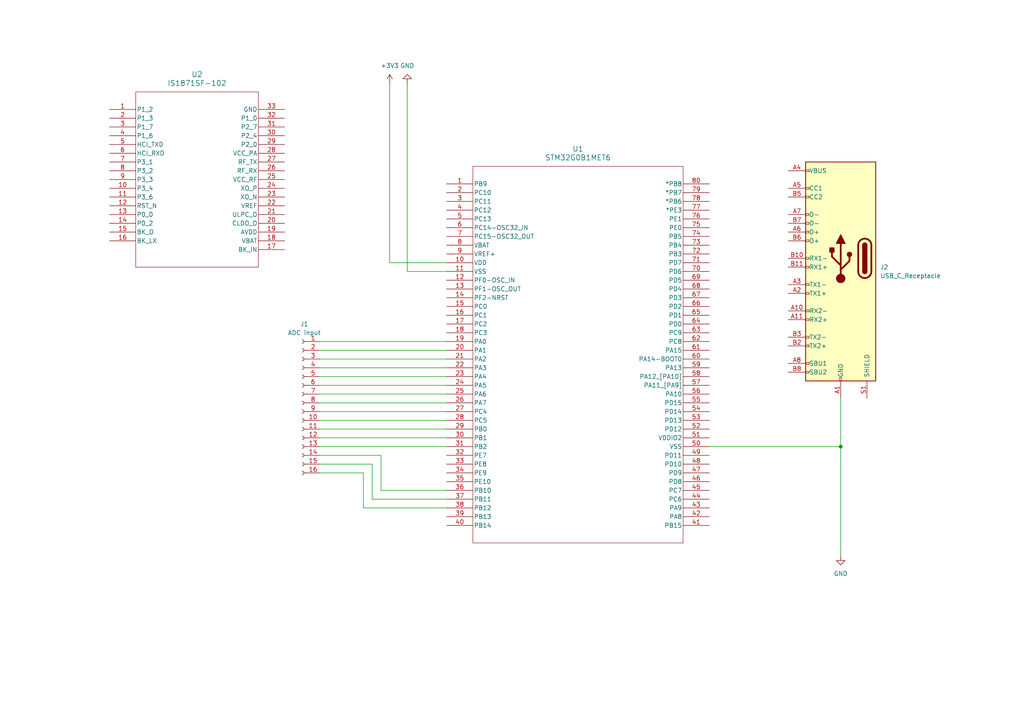
<source format=kicad_sch>
(kicad_sch
	(version 20231120)
	(generator "eeschema")
	(generator_version "8.0")
	(uuid "f342d0b6-fa79-42c3-b491-044d5cde1fcc")
	(paper "A4")
	(lib_symbols
		(symbol "Connector:Conn_01x16_Socket"
			(pin_names
				(offset 1.016) hide)
			(exclude_from_sim no)
			(in_bom yes)
			(on_board yes)
			(property "Reference" "J"
				(at 0 20.32 0)
				(effects
					(font
						(size 1.27 1.27)
					)
				)
			)
			(property "Value" "Conn_01x16_Socket"
				(at 0 -22.86 0)
				(effects
					(font
						(size 1.27 1.27)
					)
				)
			)
			(property "Footprint" ""
				(at 0 0 0)
				(effects
					(font
						(size 1.27 1.27)
					)
					(hide yes)
				)
			)
			(property "Datasheet" "~"
				(at 0 0 0)
				(effects
					(font
						(size 1.27 1.27)
					)
					(hide yes)
				)
			)
			(property "Description" "Generic connector, single row, 01x16, script generated"
				(at 0 0 0)
				(effects
					(font
						(size 1.27 1.27)
					)
					(hide yes)
				)
			)
			(property "ki_locked" ""
				(at 0 0 0)
				(effects
					(font
						(size 1.27 1.27)
					)
				)
			)
			(property "ki_keywords" "connector"
				(at 0 0 0)
				(effects
					(font
						(size 1.27 1.27)
					)
					(hide yes)
				)
			)
			(property "ki_fp_filters" "Connector*:*_1x??_*"
				(at 0 0 0)
				(effects
					(font
						(size 1.27 1.27)
					)
					(hide yes)
				)
			)
			(symbol "Conn_01x16_Socket_1_1"
				(arc
					(start 0 -19.812)
					(mid -0.5058 -20.32)
					(end 0 -20.828)
					(stroke
						(width 0.1524)
						(type default)
					)
					(fill
						(type none)
					)
				)
				(arc
					(start 0 -17.272)
					(mid -0.5058 -17.78)
					(end 0 -18.288)
					(stroke
						(width 0.1524)
						(type default)
					)
					(fill
						(type none)
					)
				)
				(arc
					(start 0 -14.732)
					(mid -0.5058 -15.24)
					(end 0 -15.748)
					(stroke
						(width 0.1524)
						(type default)
					)
					(fill
						(type none)
					)
				)
				(arc
					(start 0 -12.192)
					(mid -0.5058 -12.7)
					(end 0 -13.208)
					(stroke
						(width 0.1524)
						(type default)
					)
					(fill
						(type none)
					)
				)
				(arc
					(start 0 -9.652)
					(mid -0.5058 -10.16)
					(end 0 -10.668)
					(stroke
						(width 0.1524)
						(type default)
					)
					(fill
						(type none)
					)
				)
				(arc
					(start 0 -7.112)
					(mid -0.5058 -7.62)
					(end 0 -8.128)
					(stroke
						(width 0.1524)
						(type default)
					)
					(fill
						(type none)
					)
				)
				(arc
					(start 0 -4.572)
					(mid -0.5058 -5.08)
					(end 0 -5.588)
					(stroke
						(width 0.1524)
						(type default)
					)
					(fill
						(type none)
					)
				)
				(arc
					(start 0 -2.032)
					(mid -0.5058 -2.54)
					(end 0 -3.048)
					(stroke
						(width 0.1524)
						(type default)
					)
					(fill
						(type none)
					)
				)
				(polyline
					(pts
						(xy -1.27 -20.32) (xy -0.508 -20.32)
					)
					(stroke
						(width 0.1524)
						(type default)
					)
					(fill
						(type none)
					)
				)
				(polyline
					(pts
						(xy -1.27 -17.78) (xy -0.508 -17.78)
					)
					(stroke
						(width 0.1524)
						(type default)
					)
					(fill
						(type none)
					)
				)
				(polyline
					(pts
						(xy -1.27 -15.24) (xy -0.508 -15.24)
					)
					(stroke
						(width 0.1524)
						(type default)
					)
					(fill
						(type none)
					)
				)
				(polyline
					(pts
						(xy -1.27 -12.7) (xy -0.508 -12.7)
					)
					(stroke
						(width 0.1524)
						(type default)
					)
					(fill
						(type none)
					)
				)
				(polyline
					(pts
						(xy -1.27 -10.16) (xy -0.508 -10.16)
					)
					(stroke
						(width 0.1524)
						(type default)
					)
					(fill
						(type none)
					)
				)
				(polyline
					(pts
						(xy -1.27 -7.62) (xy -0.508 -7.62)
					)
					(stroke
						(width 0.1524)
						(type default)
					)
					(fill
						(type none)
					)
				)
				(polyline
					(pts
						(xy -1.27 -5.08) (xy -0.508 -5.08)
					)
					(stroke
						(width 0.1524)
						(type default)
					)
					(fill
						(type none)
					)
				)
				(polyline
					(pts
						(xy -1.27 -2.54) (xy -0.508 -2.54)
					)
					(stroke
						(width 0.1524)
						(type default)
					)
					(fill
						(type none)
					)
				)
				(polyline
					(pts
						(xy -1.27 0) (xy -0.508 0)
					)
					(stroke
						(width 0.1524)
						(type default)
					)
					(fill
						(type none)
					)
				)
				(polyline
					(pts
						(xy -1.27 2.54) (xy -0.508 2.54)
					)
					(stroke
						(width 0.1524)
						(type default)
					)
					(fill
						(type none)
					)
				)
				(polyline
					(pts
						(xy -1.27 5.08) (xy -0.508 5.08)
					)
					(stroke
						(width 0.1524)
						(type default)
					)
					(fill
						(type none)
					)
				)
				(polyline
					(pts
						(xy -1.27 7.62) (xy -0.508 7.62)
					)
					(stroke
						(width 0.1524)
						(type default)
					)
					(fill
						(type none)
					)
				)
				(polyline
					(pts
						(xy -1.27 10.16) (xy -0.508 10.16)
					)
					(stroke
						(width 0.1524)
						(type default)
					)
					(fill
						(type none)
					)
				)
				(polyline
					(pts
						(xy -1.27 12.7) (xy -0.508 12.7)
					)
					(stroke
						(width 0.1524)
						(type default)
					)
					(fill
						(type none)
					)
				)
				(polyline
					(pts
						(xy -1.27 15.24) (xy -0.508 15.24)
					)
					(stroke
						(width 0.1524)
						(type default)
					)
					(fill
						(type none)
					)
				)
				(polyline
					(pts
						(xy -1.27 17.78) (xy -0.508 17.78)
					)
					(stroke
						(width 0.1524)
						(type default)
					)
					(fill
						(type none)
					)
				)
				(arc
					(start 0 0.508)
					(mid -0.5058 0)
					(end 0 -0.508)
					(stroke
						(width 0.1524)
						(type default)
					)
					(fill
						(type none)
					)
				)
				(arc
					(start 0 3.048)
					(mid -0.5058 2.54)
					(end 0 2.032)
					(stroke
						(width 0.1524)
						(type default)
					)
					(fill
						(type none)
					)
				)
				(arc
					(start 0 5.588)
					(mid -0.5058 5.08)
					(end 0 4.572)
					(stroke
						(width 0.1524)
						(type default)
					)
					(fill
						(type none)
					)
				)
				(arc
					(start 0 8.128)
					(mid -0.5058 7.62)
					(end 0 7.112)
					(stroke
						(width 0.1524)
						(type default)
					)
					(fill
						(type none)
					)
				)
				(arc
					(start 0 10.668)
					(mid -0.5058 10.16)
					(end 0 9.652)
					(stroke
						(width 0.1524)
						(type default)
					)
					(fill
						(type none)
					)
				)
				(arc
					(start 0 13.208)
					(mid -0.5058 12.7)
					(end 0 12.192)
					(stroke
						(width 0.1524)
						(type default)
					)
					(fill
						(type none)
					)
				)
				(arc
					(start 0 15.748)
					(mid -0.5058 15.24)
					(end 0 14.732)
					(stroke
						(width 0.1524)
						(type default)
					)
					(fill
						(type none)
					)
				)
				(arc
					(start 0 18.288)
					(mid -0.5058 17.78)
					(end 0 17.272)
					(stroke
						(width 0.1524)
						(type default)
					)
					(fill
						(type none)
					)
				)
				(pin passive line
					(at -5.08 17.78 0)
					(length 3.81)
					(name "Pin_1"
						(effects
							(font
								(size 1.27 1.27)
							)
						)
					)
					(number "1"
						(effects
							(font
								(size 1.27 1.27)
							)
						)
					)
				)
				(pin passive line
					(at -5.08 -5.08 0)
					(length 3.81)
					(name "Pin_10"
						(effects
							(font
								(size 1.27 1.27)
							)
						)
					)
					(number "10"
						(effects
							(font
								(size 1.27 1.27)
							)
						)
					)
				)
				(pin passive line
					(at -5.08 -7.62 0)
					(length 3.81)
					(name "Pin_11"
						(effects
							(font
								(size 1.27 1.27)
							)
						)
					)
					(number "11"
						(effects
							(font
								(size 1.27 1.27)
							)
						)
					)
				)
				(pin passive line
					(at -5.08 -10.16 0)
					(length 3.81)
					(name "Pin_12"
						(effects
							(font
								(size 1.27 1.27)
							)
						)
					)
					(number "12"
						(effects
							(font
								(size 1.27 1.27)
							)
						)
					)
				)
				(pin passive line
					(at -5.08 -12.7 0)
					(length 3.81)
					(name "Pin_13"
						(effects
							(font
								(size 1.27 1.27)
							)
						)
					)
					(number "13"
						(effects
							(font
								(size 1.27 1.27)
							)
						)
					)
				)
				(pin passive line
					(at -5.08 -15.24 0)
					(length 3.81)
					(name "Pin_14"
						(effects
							(font
								(size 1.27 1.27)
							)
						)
					)
					(number "14"
						(effects
							(font
								(size 1.27 1.27)
							)
						)
					)
				)
				(pin passive line
					(at -5.08 -17.78 0)
					(length 3.81)
					(name "Pin_15"
						(effects
							(font
								(size 1.27 1.27)
							)
						)
					)
					(number "15"
						(effects
							(font
								(size 1.27 1.27)
							)
						)
					)
				)
				(pin passive line
					(at -5.08 -20.32 0)
					(length 3.81)
					(name "Pin_16"
						(effects
							(font
								(size 1.27 1.27)
							)
						)
					)
					(number "16"
						(effects
							(font
								(size 1.27 1.27)
							)
						)
					)
				)
				(pin passive line
					(at -5.08 15.24 0)
					(length 3.81)
					(name "Pin_2"
						(effects
							(font
								(size 1.27 1.27)
							)
						)
					)
					(number "2"
						(effects
							(font
								(size 1.27 1.27)
							)
						)
					)
				)
				(pin passive line
					(at -5.08 12.7 0)
					(length 3.81)
					(name "Pin_3"
						(effects
							(font
								(size 1.27 1.27)
							)
						)
					)
					(number "3"
						(effects
							(font
								(size 1.27 1.27)
							)
						)
					)
				)
				(pin passive line
					(at -5.08 10.16 0)
					(length 3.81)
					(name "Pin_4"
						(effects
							(font
								(size 1.27 1.27)
							)
						)
					)
					(number "4"
						(effects
							(font
								(size 1.27 1.27)
							)
						)
					)
				)
				(pin passive line
					(at -5.08 7.62 0)
					(length 3.81)
					(name "Pin_5"
						(effects
							(font
								(size 1.27 1.27)
							)
						)
					)
					(number "5"
						(effects
							(font
								(size 1.27 1.27)
							)
						)
					)
				)
				(pin passive line
					(at -5.08 5.08 0)
					(length 3.81)
					(name "Pin_6"
						(effects
							(font
								(size 1.27 1.27)
							)
						)
					)
					(number "6"
						(effects
							(font
								(size 1.27 1.27)
							)
						)
					)
				)
				(pin passive line
					(at -5.08 2.54 0)
					(length 3.81)
					(name "Pin_7"
						(effects
							(font
								(size 1.27 1.27)
							)
						)
					)
					(number "7"
						(effects
							(font
								(size 1.27 1.27)
							)
						)
					)
				)
				(pin passive line
					(at -5.08 0 0)
					(length 3.81)
					(name "Pin_8"
						(effects
							(font
								(size 1.27 1.27)
							)
						)
					)
					(number "8"
						(effects
							(font
								(size 1.27 1.27)
							)
						)
					)
				)
				(pin passive line
					(at -5.08 -2.54 0)
					(length 3.81)
					(name "Pin_9"
						(effects
							(font
								(size 1.27 1.27)
							)
						)
					)
					(number "9"
						(effects
							(font
								(size 1.27 1.27)
							)
						)
					)
				)
			)
		)
		(symbol "Connector:USB_C_Receptacle"
			(pin_names
				(offset 1.016)
			)
			(exclude_from_sim no)
			(in_bom yes)
			(on_board yes)
			(property "Reference" "J"
				(at -10.16 29.21 0)
				(effects
					(font
						(size 1.27 1.27)
					)
					(justify left)
				)
			)
			(property "Value" "USB_C_Receptacle"
				(at 10.16 29.21 0)
				(effects
					(font
						(size 1.27 1.27)
					)
					(justify right)
				)
			)
			(property "Footprint" ""
				(at 3.81 0 0)
				(effects
					(font
						(size 1.27 1.27)
					)
					(hide yes)
				)
			)
			(property "Datasheet" "https://www.usb.org/sites/default/files/documents/usb_type-c.zip"
				(at 3.81 0 0)
				(effects
					(font
						(size 1.27 1.27)
					)
					(hide yes)
				)
			)
			(property "Description" "USB Full-Featured Type-C Receptacle connector"
				(at 0 0 0)
				(effects
					(font
						(size 1.27 1.27)
					)
					(hide yes)
				)
			)
			(property "ki_keywords" "usb universal serial bus type-C full-featured"
				(at 0 0 0)
				(effects
					(font
						(size 1.27 1.27)
					)
					(hide yes)
				)
			)
			(property "ki_fp_filters" "USB*C*Receptacle*"
				(at 0 0 0)
				(effects
					(font
						(size 1.27 1.27)
					)
					(hide yes)
				)
			)
			(symbol "USB_C_Receptacle_0_0"
				(rectangle
					(start -0.254 -35.56)
					(end 0.254 -34.544)
					(stroke
						(width 0)
						(type default)
					)
					(fill
						(type none)
					)
				)
				(rectangle
					(start 10.16 -32.766)
					(end 9.144 -33.274)
					(stroke
						(width 0)
						(type default)
					)
					(fill
						(type none)
					)
				)
				(rectangle
					(start 10.16 -30.226)
					(end 9.144 -30.734)
					(stroke
						(width 0)
						(type default)
					)
					(fill
						(type none)
					)
				)
				(rectangle
					(start 10.16 -25.146)
					(end 9.144 -25.654)
					(stroke
						(width 0)
						(type default)
					)
					(fill
						(type none)
					)
				)
				(rectangle
					(start 10.16 -22.606)
					(end 9.144 -23.114)
					(stroke
						(width 0)
						(type default)
					)
					(fill
						(type none)
					)
				)
				(rectangle
					(start 10.16 -17.526)
					(end 9.144 -18.034)
					(stroke
						(width 0)
						(type default)
					)
					(fill
						(type none)
					)
				)
				(rectangle
					(start 10.16 -14.986)
					(end 9.144 -15.494)
					(stroke
						(width 0)
						(type default)
					)
					(fill
						(type none)
					)
				)
				(rectangle
					(start 10.16 -9.906)
					(end 9.144 -10.414)
					(stroke
						(width 0)
						(type default)
					)
					(fill
						(type none)
					)
				)
				(rectangle
					(start 10.16 -7.366)
					(end 9.144 -7.874)
					(stroke
						(width 0)
						(type default)
					)
					(fill
						(type none)
					)
				)
				(rectangle
					(start 10.16 -2.286)
					(end 9.144 -2.794)
					(stroke
						(width 0)
						(type default)
					)
					(fill
						(type none)
					)
				)
				(rectangle
					(start 10.16 0.254)
					(end 9.144 -0.254)
					(stroke
						(width 0)
						(type default)
					)
					(fill
						(type none)
					)
				)
				(rectangle
					(start 10.16 5.334)
					(end 9.144 4.826)
					(stroke
						(width 0)
						(type default)
					)
					(fill
						(type none)
					)
				)
				(rectangle
					(start 10.16 7.874)
					(end 9.144 7.366)
					(stroke
						(width 0)
						(type default)
					)
					(fill
						(type none)
					)
				)
				(rectangle
					(start 10.16 10.414)
					(end 9.144 9.906)
					(stroke
						(width 0)
						(type default)
					)
					(fill
						(type none)
					)
				)
				(rectangle
					(start 10.16 12.954)
					(end 9.144 12.446)
					(stroke
						(width 0)
						(type default)
					)
					(fill
						(type none)
					)
				)
				(rectangle
					(start 10.16 18.034)
					(end 9.144 17.526)
					(stroke
						(width 0)
						(type default)
					)
					(fill
						(type none)
					)
				)
				(rectangle
					(start 10.16 20.574)
					(end 9.144 20.066)
					(stroke
						(width 0)
						(type default)
					)
					(fill
						(type none)
					)
				)
				(rectangle
					(start 10.16 25.654)
					(end 9.144 25.146)
					(stroke
						(width 0)
						(type default)
					)
					(fill
						(type none)
					)
				)
			)
			(symbol "USB_C_Receptacle_0_1"
				(rectangle
					(start -10.16 27.94)
					(end 10.16 -35.56)
					(stroke
						(width 0.254)
						(type default)
					)
					(fill
						(type background)
					)
				)
				(arc
					(start -8.89 -3.81)
					(mid -6.985 -5.7067)
					(end -5.08 -3.81)
					(stroke
						(width 0.508)
						(type default)
					)
					(fill
						(type none)
					)
				)
				(arc
					(start -7.62 -3.81)
					(mid -6.985 -4.4423)
					(end -6.35 -3.81)
					(stroke
						(width 0.254)
						(type default)
					)
					(fill
						(type none)
					)
				)
				(arc
					(start -7.62 -3.81)
					(mid -6.985 -4.4423)
					(end -6.35 -3.81)
					(stroke
						(width 0.254)
						(type default)
					)
					(fill
						(type outline)
					)
				)
				(rectangle
					(start -7.62 -3.81)
					(end -6.35 3.81)
					(stroke
						(width 0.254)
						(type default)
					)
					(fill
						(type outline)
					)
				)
				(arc
					(start -6.35 3.81)
					(mid -6.985 4.4423)
					(end -7.62 3.81)
					(stroke
						(width 0.254)
						(type default)
					)
					(fill
						(type none)
					)
				)
				(arc
					(start -6.35 3.81)
					(mid -6.985 4.4423)
					(end -7.62 3.81)
					(stroke
						(width 0.254)
						(type default)
					)
					(fill
						(type outline)
					)
				)
				(arc
					(start -5.08 3.81)
					(mid -6.985 5.7067)
					(end -8.89 3.81)
					(stroke
						(width 0.508)
						(type default)
					)
					(fill
						(type none)
					)
				)
				(polyline
					(pts
						(xy -8.89 -3.81) (xy -8.89 3.81)
					)
					(stroke
						(width 0.508)
						(type default)
					)
					(fill
						(type none)
					)
				)
				(polyline
					(pts
						(xy -5.08 3.81) (xy -5.08 -3.81)
					)
					(stroke
						(width 0.508)
						(type default)
					)
					(fill
						(type none)
					)
				)
			)
			(symbol "USB_C_Receptacle_1_1"
				(circle
					(center -2.54 1.143)
					(radius 0.635)
					(stroke
						(width 0.254)
						(type default)
					)
					(fill
						(type outline)
					)
				)
				(circle
					(center 0 -5.842)
					(radius 1.27)
					(stroke
						(width 0)
						(type default)
					)
					(fill
						(type outline)
					)
				)
				(polyline
					(pts
						(xy 0 -5.842) (xy 0 4.318)
					)
					(stroke
						(width 0.508)
						(type default)
					)
					(fill
						(type none)
					)
				)
				(polyline
					(pts
						(xy 0 -3.302) (xy -2.54 -0.762) (xy -2.54 0.508)
					)
					(stroke
						(width 0.508)
						(type default)
					)
					(fill
						(type none)
					)
				)
				(polyline
					(pts
						(xy 0 -2.032) (xy 2.54 0.508) (xy 2.54 1.778)
					)
					(stroke
						(width 0.508)
						(type default)
					)
					(fill
						(type none)
					)
				)
				(polyline
					(pts
						(xy -1.27 4.318) (xy 0 6.858) (xy 1.27 4.318) (xy -1.27 4.318)
					)
					(stroke
						(width 0.254)
						(type default)
					)
					(fill
						(type outline)
					)
				)
				(rectangle
					(start 1.905 1.778)
					(end 3.175 3.048)
					(stroke
						(width 0.254)
						(type default)
					)
					(fill
						(type outline)
					)
				)
				(pin passive line
					(at 0 -40.64 90)
					(length 5.08)
					(name "GND"
						(effects
							(font
								(size 1.27 1.27)
							)
						)
					)
					(number "A1"
						(effects
							(font
								(size 1.27 1.27)
							)
						)
					)
				)
				(pin bidirectional line
					(at 15.24 -15.24 180)
					(length 5.08)
					(name "RX2-"
						(effects
							(font
								(size 1.27 1.27)
							)
						)
					)
					(number "A10"
						(effects
							(font
								(size 1.27 1.27)
							)
						)
					)
				)
				(pin bidirectional line
					(at 15.24 -17.78 180)
					(length 5.08)
					(name "RX2+"
						(effects
							(font
								(size 1.27 1.27)
							)
						)
					)
					(number "A11"
						(effects
							(font
								(size 1.27 1.27)
							)
						)
					)
				)
				(pin passive line
					(at 0 -40.64 90)
					(length 5.08) hide
					(name "GND"
						(effects
							(font
								(size 1.27 1.27)
							)
						)
					)
					(number "A12"
						(effects
							(font
								(size 1.27 1.27)
							)
						)
					)
				)
				(pin bidirectional line
					(at 15.24 -10.16 180)
					(length 5.08)
					(name "TX1+"
						(effects
							(font
								(size 1.27 1.27)
							)
						)
					)
					(number "A2"
						(effects
							(font
								(size 1.27 1.27)
							)
						)
					)
				)
				(pin bidirectional line
					(at 15.24 -7.62 180)
					(length 5.08)
					(name "TX1-"
						(effects
							(font
								(size 1.27 1.27)
							)
						)
					)
					(number "A3"
						(effects
							(font
								(size 1.27 1.27)
							)
						)
					)
				)
				(pin passive line
					(at 15.24 25.4 180)
					(length 5.08)
					(name "VBUS"
						(effects
							(font
								(size 1.27 1.27)
							)
						)
					)
					(number "A4"
						(effects
							(font
								(size 1.27 1.27)
							)
						)
					)
				)
				(pin bidirectional line
					(at 15.24 20.32 180)
					(length 5.08)
					(name "CC1"
						(effects
							(font
								(size 1.27 1.27)
							)
						)
					)
					(number "A5"
						(effects
							(font
								(size 1.27 1.27)
							)
						)
					)
				)
				(pin bidirectional line
					(at 15.24 7.62 180)
					(length 5.08)
					(name "D+"
						(effects
							(font
								(size 1.27 1.27)
							)
						)
					)
					(number "A6"
						(effects
							(font
								(size 1.27 1.27)
							)
						)
					)
				)
				(pin bidirectional line
					(at 15.24 12.7 180)
					(length 5.08)
					(name "D-"
						(effects
							(font
								(size 1.27 1.27)
							)
						)
					)
					(number "A7"
						(effects
							(font
								(size 1.27 1.27)
							)
						)
					)
				)
				(pin bidirectional line
					(at 15.24 -30.48 180)
					(length 5.08)
					(name "SBU1"
						(effects
							(font
								(size 1.27 1.27)
							)
						)
					)
					(number "A8"
						(effects
							(font
								(size 1.27 1.27)
							)
						)
					)
				)
				(pin passive line
					(at 15.24 25.4 180)
					(length 5.08) hide
					(name "VBUS"
						(effects
							(font
								(size 1.27 1.27)
							)
						)
					)
					(number "A9"
						(effects
							(font
								(size 1.27 1.27)
							)
						)
					)
				)
				(pin passive line
					(at 0 -40.64 90)
					(length 5.08) hide
					(name "GND"
						(effects
							(font
								(size 1.27 1.27)
							)
						)
					)
					(number "B1"
						(effects
							(font
								(size 1.27 1.27)
							)
						)
					)
				)
				(pin bidirectional line
					(at 15.24 0 180)
					(length 5.08)
					(name "RX1-"
						(effects
							(font
								(size 1.27 1.27)
							)
						)
					)
					(number "B10"
						(effects
							(font
								(size 1.27 1.27)
							)
						)
					)
				)
				(pin bidirectional line
					(at 15.24 -2.54 180)
					(length 5.08)
					(name "RX1+"
						(effects
							(font
								(size 1.27 1.27)
							)
						)
					)
					(number "B11"
						(effects
							(font
								(size 1.27 1.27)
							)
						)
					)
				)
				(pin passive line
					(at 0 -40.64 90)
					(length 5.08) hide
					(name "GND"
						(effects
							(font
								(size 1.27 1.27)
							)
						)
					)
					(number "B12"
						(effects
							(font
								(size 1.27 1.27)
							)
						)
					)
				)
				(pin bidirectional line
					(at 15.24 -25.4 180)
					(length 5.08)
					(name "TX2+"
						(effects
							(font
								(size 1.27 1.27)
							)
						)
					)
					(number "B2"
						(effects
							(font
								(size 1.27 1.27)
							)
						)
					)
				)
				(pin bidirectional line
					(at 15.24 -22.86 180)
					(length 5.08)
					(name "TX2-"
						(effects
							(font
								(size 1.27 1.27)
							)
						)
					)
					(number "B3"
						(effects
							(font
								(size 1.27 1.27)
							)
						)
					)
				)
				(pin passive line
					(at 15.24 25.4 180)
					(length 5.08) hide
					(name "VBUS"
						(effects
							(font
								(size 1.27 1.27)
							)
						)
					)
					(number "B4"
						(effects
							(font
								(size 1.27 1.27)
							)
						)
					)
				)
				(pin bidirectional line
					(at 15.24 17.78 180)
					(length 5.08)
					(name "CC2"
						(effects
							(font
								(size 1.27 1.27)
							)
						)
					)
					(number "B5"
						(effects
							(font
								(size 1.27 1.27)
							)
						)
					)
				)
				(pin bidirectional line
					(at 15.24 5.08 180)
					(length 5.08)
					(name "D+"
						(effects
							(font
								(size 1.27 1.27)
							)
						)
					)
					(number "B6"
						(effects
							(font
								(size 1.27 1.27)
							)
						)
					)
				)
				(pin bidirectional line
					(at 15.24 10.16 180)
					(length 5.08)
					(name "D-"
						(effects
							(font
								(size 1.27 1.27)
							)
						)
					)
					(number "B7"
						(effects
							(font
								(size 1.27 1.27)
							)
						)
					)
				)
				(pin bidirectional line
					(at 15.24 -33.02 180)
					(length 5.08)
					(name "SBU2"
						(effects
							(font
								(size 1.27 1.27)
							)
						)
					)
					(number "B8"
						(effects
							(font
								(size 1.27 1.27)
							)
						)
					)
				)
				(pin passive line
					(at 15.24 25.4 180)
					(length 5.08) hide
					(name "VBUS"
						(effects
							(font
								(size 1.27 1.27)
							)
						)
					)
					(number "B9"
						(effects
							(font
								(size 1.27 1.27)
							)
						)
					)
				)
				(pin passive line
					(at -7.62 -40.64 90)
					(length 5.08)
					(name "SHIELD"
						(effects
							(font
								(size 1.27 1.27)
							)
						)
					)
					(number "S1"
						(effects
							(font
								(size 1.27 1.27)
							)
						)
					)
				)
			)
		)
		(symbol "IS1871:IS1871SF-102"
			(pin_names
				(offset 0.254)
			)
			(exclude_from_sim no)
			(in_bom yes)
			(on_board yes)
			(property "Reference" "U"
				(at 25.4 10.16 0)
				(effects
					(font
						(size 1.524 1.524)
					)
				)
			)
			(property "Value" "IS1871SF-102"
				(at 25.4 7.62 0)
				(effects
					(font
						(size 1.524 1.524)
					)
				)
			)
			(property "Footprint" "32QFN_4X4_IS1871SF_MCH"
				(at 0 0 0)
				(effects
					(font
						(size 1.27 1.27)
						(italic yes)
					)
					(hide yes)
				)
			)
			(property "Datasheet" "IS1871SF-102"
				(at 0 0 0)
				(effects
					(font
						(size 1.27 1.27)
						(italic yes)
					)
					(hide yes)
				)
			)
			(property "Description" ""
				(at 0 0 0)
				(effects
					(font
						(size 1.27 1.27)
					)
					(hide yes)
				)
			)
			(property "ki_locked" ""
				(at 0 0 0)
				(effects
					(font
						(size 1.27 1.27)
					)
				)
			)
			(property "ki_keywords" "IS1871SF-102"
				(at 0 0 0)
				(effects
					(font
						(size 1.27 1.27)
					)
					(hide yes)
				)
			)
			(property "ki_fp_filters" "32QFN_4X4_IS1871SF_MCH 32QFN_4X4_IS1871SF_MCH-M 32QFN_4X4_IS1871SF_MCH-L"
				(at 0 0 0)
				(effects
					(font
						(size 1.27 1.27)
					)
					(hide yes)
				)
			)
			(symbol "IS1871SF-102_1_1"
				(polyline
					(pts
						(xy 7.62 -45.72) (xy 43.18 -45.72)
					)
					(stroke
						(width 0.127)
						(type default)
					)
					(fill
						(type none)
					)
				)
				(polyline
					(pts
						(xy 7.62 5.08) (xy 7.62 -45.72)
					)
					(stroke
						(width 0.127)
						(type default)
					)
					(fill
						(type none)
					)
				)
				(polyline
					(pts
						(xy 43.18 -45.72) (xy 43.18 5.08)
					)
					(stroke
						(width 0.127)
						(type default)
					)
					(fill
						(type none)
					)
				)
				(polyline
					(pts
						(xy 43.18 5.08) (xy 7.62 5.08)
					)
					(stroke
						(width 0.127)
						(type default)
					)
					(fill
						(type none)
					)
				)
				(pin bidirectional line
					(at 0 0 0)
					(length 7.62)
					(name "P1_2"
						(effects
							(font
								(size 1.27 1.27)
							)
						)
					)
					(number "1"
						(effects
							(font
								(size 1.27 1.27)
							)
						)
					)
				)
				(pin bidirectional line
					(at 0 -22.86 0)
					(length 7.62)
					(name "P3_4"
						(effects
							(font
								(size 1.27 1.27)
							)
						)
					)
					(number "10"
						(effects
							(font
								(size 1.27 1.27)
							)
						)
					)
				)
				(pin bidirectional line
					(at 0 -25.4 0)
					(length 7.62)
					(name "P3_6"
						(effects
							(font
								(size 1.27 1.27)
							)
						)
					)
					(number "11"
						(effects
							(font
								(size 1.27 1.27)
							)
						)
					)
				)
				(pin input line
					(at 0 -27.94 0)
					(length 7.62)
					(name "RST_N"
						(effects
							(font
								(size 1.27 1.27)
							)
						)
					)
					(number "12"
						(effects
							(font
								(size 1.27 1.27)
							)
						)
					)
				)
				(pin bidirectional line
					(at 0 -30.48 0)
					(length 7.62)
					(name "P0_0"
						(effects
							(font
								(size 1.27 1.27)
							)
						)
					)
					(number "13"
						(effects
							(font
								(size 1.27 1.27)
							)
						)
					)
				)
				(pin bidirectional line
					(at 0 -33.02 0)
					(length 7.62)
					(name "P0_2"
						(effects
							(font
								(size 1.27 1.27)
							)
						)
					)
					(number "14"
						(effects
							(font
								(size 1.27 1.27)
							)
						)
					)
				)
				(pin power_in line
					(at 0 -35.56 0)
					(length 7.62)
					(name "BK_O"
						(effects
							(font
								(size 1.27 1.27)
							)
						)
					)
					(number "15"
						(effects
							(font
								(size 1.27 1.27)
							)
						)
					)
				)
				(pin power_in line
					(at 0 -38.1 0)
					(length 7.62)
					(name "BK_LX"
						(effects
							(font
								(size 1.27 1.27)
							)
						)
					)
					(number "16"
						(effects
							(font
								(size 1.27 1.27)
							)
						)
					)
				)
				(pin power_in line
					(at 50.8 -40.64 180)
					(length 7.62)
					(name "BK_IN"
						(effects
							(font
								(size 1.27 1.27)
							)
						)
					)
					(number "17"
						(effects
							(font
								(size 1.27 1.27)
							)
						)
					)
				)
				(pin power_in line
					(at 50.8 -38.1 180)
					(length 7.62)
					(name "VBAT"
						(effects
							(font
								(size 1.27 1.27)
							)
						)
					)
					(number "18"
						(effects
							(font
								(size 1.27 1.27)
							)
						)
					)
				)
				(pin power_in line
					(at 50.8 -35.56 180)
					(length 7.62)
					(name "AVDD"
						(effects
							(font
								(size 1.27 1.27)
							)
						)
					)
					(number "19"
						(effects
							(font
								(size 1.27 1.27)
							)
						)
					)
				)
				(pin bidirectional line
					(at 0 -2.54 0)
					(length 7.62)
					(name "P1_3"
						(effects
							(font
								(size 1.27 1.27)
							)
						)
					)
					(number "2"
						(effects
							(font
								(size 1.27 1.27)
							)
						)
					)
				)
				(pin power_in line
					(at 50.8 -33.02 180)
					(length 7.62)
					(name "CLDO_O"
						(effects
							(font
								(size 1.27 1.27)
							)
						)
					)
					(number "20"
						(effects
							(font
								(size 1.27 1.27)
							)
						)
					)
				)
				(pin power_in line
					(at 50.8 -30.48 180)
					(length 7.62)
					(name "ULPC_O"
						(effects
							(font
								(size 1.27 1.27)
							)
						)
					)
					(number "21"
						(effects
							(font
								(size 1.27 1.27)
							)
						)
					)
				)
				(pin power_in line
					(at 50.8 -27.94 180)
					(length 7.62)
					(name "VREF"
						(effects
							(font
								(size 1.27 1.27)
							)
						)
					)
					(number "22"
						(effects
							(font
								(size 1.27 1.27)
							)
						)
					)
				)
				(pin unspecified line
					(at 50.8 -25.4 180)
					(length 7.62)
					(name "XO_N"
						(effects
							(font
								(size 1.27 1.27)
							)
						)
					)
					(number "23"
						(effects
							(font
								(size 1.27 1.27)
							)
						)
					)
				)
				(pin unspecified line
					(at 50.8 -22.86 180)
					(length 7.62)
					(name "XO_P"
						(effects
							(font
								(size 1.27 1.27)
							)
						)
					)
					(number "24"
						(effects
							(font
								(size 1.27 1.27)
							)
						)
					)
				)
				(pin power_in line
					(at 50.8 -20.32 180)
					(length 7.62)
					(name "VCC_RF"
						(effects
							(font
								(size 1.27 1.27)
							)
						)
					)
					(number "25"
						(effects
							(font
								(size 1.27 1.27)
							)
						)
					)
				)
				(pin unspecified line
					(at 50.8 -17.78 180)
					(length 7.62)
					(name "RF_RX"
						(effects
							(font
								(size 1.27 1.27)
							)
						)
					)
					(number "26"
						(effects
							(font
								(size 1.27 1.27)
							)
						)
					)
				)
				(pin unspecified line
					(at 50.8 -15.24 180)
					(length 7.62)
					(name "RF_TX"
						(effects
							(font
								(size 1.27 1.27)
							)
						)
					)
					(number "27"
						(effects
							(font
								(size 1.27 1.27)
							)
						)
					)
				)
				(pin power_in line
					(at 50.8 -12.7 180)
					(length 7.62)
					(name "VCC_PA"
						(effects
							(font
								(size 1.27 1.27)
							)
						)
					)
					(number "28"
						(effects
							(font
								(size 1.27 1.27)
							)
						)
					)
				)
				(pin bidirectional line
					(at 50.8 -10.16 180)
					(length 7.62)
					(name "P2_0"
						(effects
							(font
								(size 1.27 1.27)
							)
						)
					)
					(number "29"
						(effects
							(font
								(size 1.27 1.27)
							)
						)
					)
				)
				(pin bidirectional line
					(at 0 -5.08 0)
					(length 7.62)
					(name "P1_7"
						(effects
							(font
								(size 1.27 1.27)
							)
						)
					)
					(number "3"
						(effects
							(font
								(size 1.27 1.27)
							)
						)
					)
				)
				(pin bidirectional line
					(at 50.8 -7.62 180)
					(length 7.62)
					(name "P2_4"
						(effects
							(font
								(size 1.27 1.27)
							)
						)
					)
					(number "30"
						(effects
							(font
								(size 1.27 1.27)
							)
						)
					)
				)
				(pin bidirectional line
					(at 50.8 -5.08 180)
					(length 7.62)
					(name "P2_7"
						(effects
							(font
								(size 1.27 1.27)
							)
						)
					)
					(number "31"
						(effects
							(font
								(size 1.27 1.27)
							)
						)
					)
				)
				(pin bidirectional line
					(at 50.8 -2.54 180)
					(length 7.62)
					(name "P1_0"
						(effects
							(font
								(size 1.27 1.27)
							)
						)
					)
					(number "32"
						(effects
							(font
								(size 1.27 1.27)
							)
						)
					)
				)
				(pin power_out line
					(at 50.8 0 180)
					(length 7.62)
					(name "GND"
						(effects
							(font
								(size 1.27 1.27)
							)
						)
					)
					(number "33"
						(effects
							(font
								(size 1.27 1.27)
							)
						)
					)
				)
				(pin bidirectional line
					(at 0 -7.62 0)
					(length 7.62)
					(name "P1_6"
						(effects
							(font
								(size 1.27 1.27)
							)
						)
					)
					(number "4"
						(effects
							(font
								(size 1.27 1.27)
							)
						)
					)
				)
				(pin output line
					(at 0 -10.16 0)
					(length 7.62)
					(name "HCI_TXD"
						(effects
							(font
								(size 1.27 1.27)
							)
						)
					)
					(number "5"
						(effects
							(font
								(size 1.27 1.27)
							)
						)
					)
				)
				(pin input line
					(at 0 -12.7 0)
					(length 7.62)
					(name "HCI_RXD"
						(effects
							(font
								(size 1.27 1.27)
							)
						)
					)
					(number "6"
						(effects
							(font
								(size 1.27 1.27)
							)
						)
					)
				)
				(pin bidirectional line
					(at 0 -15.24 0)
					(length 7.62)
					(name "P3_1"
						(effects
							(font
								(size 1.27 1.27)
							)
						)
					)
					(number "7"
						(effects
							(font
								(size 1.27 1.27)
							)
						)
					)
				)
				(pin bidirectional line
					(at 0 -17.78 0)
					(length 7.62)
					(name "P3_2"
						(effects
							(font
								(size 1.27 1.27)
							)
						)
					)
					(number "8"
						(effects
							(font
								(size 1.27 1.27)
							)
						)
					)
				)
				(pin bidirectional line
					(at 0 -20.32 0)
					(length 7.62)
					(name "P3_3"
						(effects
							(font
								(size 1.27 1.27)
							)
						)
					)
					(number "9"
						(effects
							(font
								(size 1.27 1.27)
							)
						)
					)
				)
			)
		)
		(symbol "STM32G0B1MET6:STM32G0B1MET6"
			(pin_names
				(offset 0.254)
			)
			(exclude_from_sim no)
			(in_bom yes)
			(on_board yes)
			(property "Reference" "U"
				(at 38.1 10.16 0)
				(effects
					(font
						(size 1.524 1.524)
					)
				)
			)
			(property "Value" "STM32G0B1MET6"
				(at 38.1 7.62 0)
				(effects
					(font
						(size 1.524 1.524)
					)
				)
			)
			(property "Footprint" "TQFP_0B1MET6_STM"
				(at 0 0 0)
				(effects
					(font
						(size 1.27 1.27)
						(italic yes)
					)
					(hide yes)
				)
			)
			(property "Datasheet" "STM32G0B1MET6"
				(at 0 0 0)
				(effects
					(font
						(size 1.27 1.27)
						(italic yes)
					)
					(hide yes)
				)
			)
			(property "Description" ""
				(at 0 0 0)
				(effects
					(font
						(size 1.27 1.27)
					)
					(hide yes)
				)
			)
			(property "ki_locked" ""
				(at 0 0 0)
				(effects
					(font
						(size 1.27 1.27)
					)
				)
			)
			(property "ki_keywords" "STM32G0B1MET6"
				(at 0 0 0)
				(effects
					(font
						(size 1.27 1.27)
					)
					(hide yes)
				)
			)
			(property "ki_fp_filters" "TQFP_0B1MET6_STM TQFP_0B1MET6_STM-M TQFP_0B1MET6_STM-L"
				(at 0 0 0)
				(effects
					(font
						(size 1.27 1.27)
					)
					(hide yes)
				)
			)
			(symbol "STM32G0B1MET6_1_1"
				(polyline
					(pts
						(xy 7.62 -104.14) (xy 68.58 -104.14)
					)
					(stroke
						(width 0.127)
						(type default)
					)
					(fill
						(type none)
					)
				)
				(polyline
					(pts
						(xy 7.62 5.08) (xy 7.62 -104.14)
					)
					(stroke
						(width 0.127)
						(type default)
					)
					(fill
						(type none)
					)
				)
				(polyline
					(pts
						(xy 68.58 -104.14) (xy 68.58 5.08)
					)
					(stroke
						(width 0.127)
						(type default)
					)
					(fill
						(type none)
					)
				)
				(polyline
					(pts
						(xy 68.58 5.08) (xy 7.62 5.08)
					)
					(stroke
						(width 0.127)
						(type default)
					)
					(fill
						(type none)
					)
				)
				(pin bidirectional line
					(at 0 0 0)
					(length 7.62)
					(name "PB9"
						(effects
							(font
								(size 1.27 1.27)
							)
						)
					)
					(number "1"
						(effects
							(font
								(size 1.27 1.27)
							)
						)
					)
				)
				(pin power_in line
					(at 0 -22.86 0)
					(length 7.62)
					(name "VDD"
						(effects
							(font
								(size 1.27 1.27)
							)
						)
					)
					(number "10"
						(effects
							(font
								(size 1.27 1.27)
							)
						)
					)
				)
				(pin power_out line
					(at 0 -25.4 0)
					(length 7.62)
					(name "VSS"
						(effects
							(font
								(size 1.27 1.27)
							)
						)
					)
					(number "11"
						(effects
							(font
								(size 1.27 1.27)
							)
						)
					)
				)
				(pin bidirectional line
					(at 0 -27.94 0)
					(length 7.62)
					(name "PF0-OSC_IN"
						(effects
							(font
								(size 1.27 1.27)
							)
						)
					)
					(number "12"
						(effects
							(font
								(size 1.27 1.27)
							)
						)
					)
				)
				(pin output line
					(at 0 -30.48 0)
					(length 7.62)
					(name "PF1-OSC_OUT"
						(effects
							(font
								(size 1.27 1.27)
							)
						)
					)
					(number "13"
						(effects
							(font
								(size 1.27 1.27)
							)
						)
					)
				)
				(pin bidirectional line
					(at 0 -33.02 0)
					(length 7.62)
					(name "PF2-NRST"
						(effects
							(font
								(size 1.27 1.27)
							)
						)
					)
					(number "14"
						(effects
							(font
								(size 1.27 1.27)
							)
						)
					)
				)
				(pin bidirectional line
					(at 0 -35.56 0)
					(length 7.62)
					(name "PC0"
						(effects
							(font
								(size 1.27 1.27)
							)
						)
					)
					(number "15"
						(effects
							(font
								(size 1.27 1.27)
							)
						)
					)
				)
				(pin bidirectional line
					(at 0 -38.1 0)
					(length 7.62)
					(name "PC1"
						(effects
							(font
								(size 1.27 1.27)
							)
						)
					)
					(number "16"
						(effects
							(font
								(size 1.27 1.27)
							)
						)
					)
				)
				(pin bidirectional line
					(at 0 -40.64 0)
					(length 7.62)
					(name "PC2"
						(effects
							(font
								(size 1.27 1.27)
							)
						)
					)
					(number "17"
						(effects
							(font
								(size 1.27 1.27)
							)
						)
					)
				)
				(pin bidirectional line
					(at 0 -43.18 0)
					(length 7.62)
					(name "PC3"
						(effects
							(font
								(size 1.27 1.27)
							)
						)
					)
					(number "18"
						(effects
							(font
								(size 1.27 1.27)
							)
						)
					)
				)
				(pin bidirectional line
					(at 0 -45.72 0)
					(length 7.62)
					(name "PA0"
						(effects
							(font
								(size 1.27 1.27)
							)
						)
					)
					(number "19"
						(effects
							(font
								(size 1.27 1.27)
							)
						)
					)
				)
				(pin bidirectional line
					(at 0 -2.54 0)
					(length 7.62)
					(name "PC10"
						(effects
							(font
								(size 1.27 1.27)
							)
						)
					)
					(number "2"
						(effects
							(font
								(size 1.27 1.27)
							)
						)
					)
				)
				(pin bidirectional line
					(at 0 -48.26 0)
					(length 7.62)
					(name "PA1"
						(effects
							(font
								(size 1.27 1.27)
							)
						)
					)
					(number "20"
						(effects
							(font
								(size 1.27 1.27)
							)
						)
					)
				)
				(pin bidirectional line
					(at 0 -50.8 0)
					(length 7.62)
					(name "PA2"
						(effects
							(font
								(size 1.27 1.27)
							)
						)
					)
					(number "21"
						(effects
							(font
								(size 1.27 1.27)
							)
						)
					)
				)
				(pin bidirectional line
					(at 0 -53.34 0)
					(length 7.62)
					(name "PA3"
						(effects
							(font
								(size 1.27 1.27)
							)
						)
					)
					(number "22"
						(effects
							(font
								(size 1.27 1.27)
							)
						)
					)
				)
				(pin bidirectional line
					(at 0 -55.88 0)
					(length 7.62)
					(name "PA4"
						(effects
							(font
								(size 1.27 1.27)
							)
						)
					)
					(number "23"
						(effects
							(font
								(size 1.27 1.27)
							)
						)
					)
				)
				(pin bidirectional line
					(at 0 -58.42 0)
					(length 7.62)
					(name "PA5"
						(effects
							(font
								(size 1.27 1.27)
							)
						)
					)
					(number "24"
						(effects
							(font
								(size 1.27 1.27)
							)
						)
					)
				)
				(pin bidirectional line
					(at 0 -60.96 0)
					(length 7.62)
					(name "PA6"
						(effects
							(font
								(size 1.27 1.27)
							)
						)
					)
					(number "25"
						(effects
							(font
								(size 1.27 1.27)
							)
						)
					)
				)
				(pin bidirectional line
					(at 0 -63.5 0)
					(length 7.62)
					(name "PA7"
						(effects
							(font
								(size 1.27 1.27)
							)
						)
					)
					(number "26"
						(effects
							(font
								(size 1.27 1.27)
							)
						)
					)
				)
				(pin bidirectional line
					(at 0 -66.04 0)
					(length 7.62)
					(name "PC4"
						(effects
							(font
								(size 1.27 1.27)
							)
						)
					)
					(number "27"
						(effects
							(font
								(size 1.27 1.27)
							)
						)
					)
				)
				(pin bidirectional line
					(at 0 -68.58 0)
					(length 7.62)
					(name "PC5"
						(effects
							(font
								(size 1.27 1.27)
							)
						)
					)
					(number "28"
						(effects
							(font
								(size 1.27 1.27)
							)
						)
					)
				)
				(pin bidirectional line
					(at 0 -71.12 0)
					(length 7.62)
					(name "PB0"
						(effects
							(font
								(size 1.27 1.27)
							)
						)
					)
					(number "29"
						(effects
							(font
								(size 1.27 1.27)
							)
						)
					)
				)
				(pin bidirectional line
					(at 0 -5.08 0)
					(length 7.62)
					(name "PC11"
						(effects
							(font
								(size 1.27 1.27)
							)
						)
					)
					(number "3"
						(effects
							(font
								(size 1.27 1.27)
							)
						)
					)
				)
				(pin bidirectional line
					(at 0 -73.66 0)
					(length 7.62)
					(name "PB1"
						(effects
							(font
								(size 1.27 1.27)
							)
						)
					)
					(number "30"
						(effects
							(font
								(size 1.27 1.27)
							)
						)
					)
				)
				(pin bidirectional line
					(at 0 -76.2 0)
					(length 7.62)
					(name "PB2"
						(effects
							(font
								(size 1.27 1.27)
							)
						)
					)
					(number "31"
						(effects
							(font
								(size 1.27 1.27)
							)
						)
					)
				)
				(pin bidirectional line
					(at 0 -78.74 0)
					(length 7.62)
					(name "PE7"
						(effects
							(font
								(size 1.27 1.27)
							)
						)
					)
					(number "32"
						(effects
							(font
								(size 1.27 1.27)
							)
						)
					)
				)
				(pin bidirectional line
					(at 0 -81.28 0)
					(length 7.62)
					(name "PE8"
						(effects
							(font
								(size 1.27 1.27)
							)
						)
					)
					(number "33"
						(effects
							(font
								(size 1.27 1.27)
							)
						)
					)
				)
				(pin bidirectional line
					(at 0 -83.82 0)
					(length 7.62)
					(name "PE9"
						(effects
							(font
								(size 1.27 1.27)
							)
						)
					)
					(number "34"
						(effects
							(font
								(size 1.27 1.27)
							)
						)
					)
				)
				(pin bidirectional line
					(at 0 -86.36 0)
					(length 7.62)
					(name "PE10"
						(effects
							(font
								(size 1.27 1.27)
							)
						)
					)
					(number "35"
						(effects
							(font
								(size 1.27 1.27)
							)
						)
					)
				)
				(pin bidirectional line
					(at 0 -88.9 0)
					(length 7.62)
					(name "PB10"
						(effects
							(font
								(size 1.27 1.27)
							)
						)
					)
					(number "36"
						(effects
							(font
								(size 1.27 1.27)
							)
						)
					)
				)
				(pin bidirectional line
					(at 0 -91.44 0)
					(length 7.62)
					(name "PB11"
						(effects
							(font
								(size 1.27 1.27)
							)
						)
					)
					(number "37"
						(effects
							(font
								(size 1.27 1.27)
							)
						)
					)
				)
				(pin bidirectional line
					(at 0 -93.98 0)
					(length 7.62)
					(name "PB12"
						(effects
							(font
								(size 1.27 1.27)
							)
						)
					)
					(number "38"
						(effects
							(font
								(size 1.27 1.27)
							)
						)
					)
				)
				(pin bidirectional line
					(at 0 -96.52 0)
					(length 7.62)
					(name "PB13"
						(effects
							(font
								(size 1.27 1.27)
							)
						)
					)
					(number "39"
						(effects
							(font
								(size 1.27 1.27)
							)
						)
					)
				)
				(pin bidirectional line
					(at 0 -7.62 0)
					(length 7.62)
					(name "PC12"
						(effects
							(font
								(size 1.27 1.27)
							)
						)
					)
					(number "4"
						(effects
							(font
								(size 1.27 1.27)
							)
						)
					)
				)
				(pin bidirectional line
					(at 0 -99.06 0)
					(length 7.62)
					(name "PB14"
						(effects
							(font
								(size 1.27 1.27)
							)
						)
					)
					(number "40"
						(effects
							(font
								(size 1.27 1.27)
							)
						)
					)
				)
				(pin bidirectional line
					(at 76.2 -99.06 180)
					(length 7.62)
					(name "PB15"
						(effects
							(font
								(size 1.27 1.27)
							)
						)
					)
					(number "41"
						(effects
							(font
								(size 1.27 1.27)
							)
						)
					)
				)
				(pin bidirectional line
					(at 76.2 -96.52 180)
					(length 7.62)
					(name "PA8"
						(effects
							(font
								(size 1.27 1.27)
							)
						)
					)
					(number "42"
						(effects
							(font
								(size 1.27 1.27)
							)
						)
					)
				)
				(pin bidirectional line
					(at 76.2 -93.98 180)
					(length 7.62)
					(name "PA9"
						(effects
							(font
								(size 1.27 1.27)
							)
						)
					)
					(number "43"
						(effects
							(font
								(size 1.27 1.27)
							)
						)
					)
				)
				(pin bidirectional line
					(at 76.2 -91.44 180)
					(length 7.62)
					(name "PC6"
						(effects
							(font
								(size 1.27 1.27)
							)
						)
					)
					(number "44"
						(effects
							(font
								(size 1.27 1.27)
							)
						)
					)
				)
				(pin bidirectional line
					(at 76.2 -88.9 180)
					(length 7.62)
					(name "PC7"
						(effects
							(font
								(size 1.27 1.27)
							)
						)
					)
					(number "45"
						(effects
							(font
								(size 1.27 1.27)
							)
						)
					)
				)
				(pin bidirectional line
					(at 76.2 -86.36 180)
					(length 7.62)
					(name "PD8"
						(effects
							(font
								(size 1.27 1.27)
							)
						)
					)
					(number "46"
						(effects
							(font
								(size 1.27 1.27)
							)
						)
					)
				)
				(pin bidirectional line
					(at 76.2 -83.82 180)
					(length 7.62)
					(name "PD9"
						(effects
							(font
								(size 1.27 1.27)
							)
						)
					)
					(number "47"
						(effects
							(font
								(size 1.27 1.27)
							)
						)
					)
				)
				(pin bidirectional line
					(at 76.2 -81.28 180)
					(length 7.62)
					(name "PD10"
						(effects
							(font
								(size 1.27 1.27)
							)
						)
					)
					(number "48"
						(effects
							(font
								(size 1.27 1.27)
							)
						)
					)
				)
				(pin bidirectional line
					(at 76.2 -78.74 180)
					(length 7.62)
					(name "PD11"
						(effects
							(font
								(size 1.27 1.27)
							)
						)
					)
					(number "49"
						(effects
							(font
								(size 1.27 1.27)
							)
						)
					)
				)
				(pin bidirectional line
					(at 0 -10.16 0)
					(length 7.62)
					(name "PC13"
						(effects
							(font
								(size 1.27 1.27)
							)
						)
					)
					(number "5"
						(effects
							(font
								(size 1.27 1.27)
							)
						)
					)
				)
				(pin power_out line
					(at 76.2 -76.2 180)
					(length 7.62)
					(name "VSS"
						(effects
							(font
								(size 1.27 1.27)
							)
						)
					)
					(number "50"
						(effects
							(font
								(size 1.27 1.27)
							)
						)
					)
				)
				(pin power_in line
					(at 76.2 -73.66 180)
					(length 7.62)
					(name "VDDIO2"
						(effects
							(font
								(size 1.27 1.27)
							)
						)
					)
					(number "51"
						(effects
							(font
								(size 1.27 1.27)
							)
						)
					)
				)
				(pin bidirectional line
					(at 76.2 -71.12 180)
					(length 7.62)
					(name "PD12"
						(effects
							(font
								(size 1.27 1.27)
							)
						)
					)
					(number "52"
						(effects
							(font
								(size 1.27 1.27)
							)
						)
					)
				)
				(pin bidirectional line
					(at 76.2 -68.58 180)
					(length 7.62)
					(name "PD13"
						(effects
							(font
								(size 1.27 1.27)
							)
						)
					)
					(number "53"
						(effects
							(font
								(size 1.27 1.27)
							)
						)
					)
				)
				(pin bidirectional line
					(at 76.2 -66.04 180)
					(length 7.62)
					(name "PD14"
						(effects
							(font
								(size 1.27 1.27)
							)
						)
					)
					(number "54"
						(effects
							(font
								(size 1.27 1.27)
							)
						)
					)
				)
				(pin bidirectional line
					(at 76.2 -63.5 180)
					(length 7.62)
					(name "PD15"
						(effects
							(font
								(size 1.27 1.27)
							)
						)
					)
					(number "55"
						(effects
							(font
								(size 1.27 1.27)
							)
						)
					)
				)
				(pin bidirectional line
					(at 76.2 -60.96 180)
					(length 7.62)
					(name "PA10"
						(effects
							(font
								(size 1.27 1.27)
							)
						)
					)
					(number "56"
						(effects
							(font
								(size 1.27 1.27)
							)
						)
					)
				)
				(pin bidirectional line
					(at 76.2 -58.42 180)
					(length 7.62)
					(name "PA11_[PA9]"
						(effects
							(font
								(size 1.27 1.27)
							)
						)
					)
					(number "57"
						(effects
							(font
								(size 1.27 1.27)
							)
						)
					)
				)
				(pin bidirectional line
					(at 76.2 -55.88 180)
					(length 7.62)
					(name "PA12_[PA10]"
						(effects
							(font
								(size 1.27 1.27)
							)
						)
					)
					(number "58"
						(effects
							(font
								(size 1.27 1.27)
							)
						)
					)
				)
				(pin bidirectional line
					(at 76.2 -53.34 180)
					(length 7.62)
					(name "PA13"
						(effects
							(font
								(size 1.27 1.27)
							)
						)
					)
					(number "59"
						(effects
							(font
								(size 1.27 1.27)
							)
						)
					)
				)
				(pin bidirectional line
					(at 0 -12.7 0)
					(length 7.62)
					(name "PC14-OSC32_IN"
						(effects
							(font
								(size 1.27 1.27)
							)
						)
					)
					(number "6"
						(effects
							(font
								(size 1.27 1.27)
							)
						)
					)
				)
				(pin bidirectional line
					(at 76.2 -50.8 180)
					(length 7.62)
					(name "PA14-BOOT0"
						(effects
							(font
								(size 1.27 1.27)
							)
						)
					)
					(number "60"
						(effects
							(font
								(size 1.27 1.27)
							)
						)
					)
				)
				(pin bidirectional line
					(at 76.2 -48.26 180)
					(length 7.62)
					(name "PA15"
						(effects
							(font
								(size 1.27 1.27)
							)
						)
					)
					(number "61"
						(effects
							(font
								(size 1.27 1.27)
							)
						)
					)
				)
				(pin bidirectional line
					(at 76.2 -45.72 180)
					(length 7.62)
					(name "PC8"
						(effects
							(font
								(size 1.27 1.27)
							)
						)
					)
					(number "62"
						(effects
							(font
								(size 1.27 1.27)
							)
						)
					)
				)
				(pin bidirectional line
					(at 76.2 -43.18 180)
					(length 7.62)
					(name "PC9"
						(effects
							(font
								(size 1.27 1.27)
							)
						)
					)
					(number "63"
						(effects
							(font
								(size 1.27 1.27)
							)
						)
					)
				)
				(pin bidirectional line
					(at 76.2 -40.64 180)
					(length 7.62)
					(name "PD0"
						(effects
							(font
								(size 1.27 1.27)
							)
						)
					)
					(number "64"
						(effects
							(font
								(size 1.27 1.27)
							)
						)
					)
				)
				(pin bidirectional line
					(at 76.2 -38.1 180)
					(length 7.62)
					(name "PD1"
						(effects
							(font
								(size 1.27 1.27)
							)
						)
					)
					(number "65"
						(effects
							(font
								(size 1.27 1.27)
							)
						)
					)
				)
				(pin bidirectional line
					(at 76.2 -35.56 180)
					(length 7.62)
					(name "PD2"
						(effects
							(font
								(size 1.27 1.27)
							)
						)
					)
					(number "66"
						(effects
							(font
								(size 1.27 1.27)
							)
						)
					)
				)
				(pin bidirectional line
					(at 76.2 -33.02 180)
					(length 7.62)
					(name "PD3"
						(effects
							(font
								(size 1.27 1.27)
							)
						)
					)
					(number "67"
						(effects
							(font
								(size 1.27 1.27)
							)
						)
					)
				)
				(pin bidirectional line
					(at 76.2 -30.48 180)
					(length 7.62)
					(name "PD4"
						(effects
							(font
								(size 1.27 1.27)
							)
						)
					)
					(number "68"
						(effects
							(font
								(size 1.27 1.27)
							)
						)
					)
				)
				(pin bidirectional line
					(at 76.2 -27.94 180)
					(length 7.62)
					(name "PD5"
						(effects
							(font
								(size 1.27 1.27)
							)
						)
					)
					(number "69"
						(effects
							(font
								(size 1.27 1.27)
							)
						)
					)
				)
				(pin output line
					(at 0 -15.24 0)
					(length 7.62)
					(name "PC15-OSC32_OUT"
						(effects
							(font
								(size 1.27 1.27)
							)
						)
					)
					(number "7"
						(effects
							(font
								(size 1.27 1.27)
							)
						)
					)
				)
				(pin bidirectional line
					(at 76.2 -25.4 180)
					(length 7.62)
					(name "PD6"
						(effects
							(font
								(size 1.27 1.27)
							)
						)
					)
					(number "70"
						(effects
							(font
								(size 1.27 1.27)
							)
						)
					)
				)
				(pin bidirectional line
					(at 76.2 -22.86 180)
					(length 7.62)
					(name "PD7"
						(effects
							(font
								(size 1.27 1.27)
							)
						)
					)
					(number "71"
						(effects
							(font
								(size 1.27 1.27)
							)
						)
					)
				)
				(pin bidirectional line
					(at 76.2 -20.32 180)
					(length 7.62)
					(name "PB3"
						(effects
							(font
								(size 1.27 1.27)
							)
						)
					)
					(number "72"
						(effects
							(font
								(size 1.27 1.27)
							)
						)
					)
				)
				(pin bidirectional line
					(at 76.2 -17.78 180)
					(length 7.62)
					(name "PB4"
						(effects
							(font
								(size 1.27 1.27)
							)
						)
					)
					(number "73"
						(effects
							(font
								(size 1.27 1.27)
							)
						)
					)
				)
				(pin bidirectional line
					(at 76.2 -15.24 180)
					(length 7.62)
					(name "PB5"
						(effects
							(font
								(size 1.27 1.27)
							)
						)
					)
					(number "74"
						(effects
							(font
								(size 1.27 1.27)
							)
						)
					)
				)
				(pin bidirectional line
					(at 76.2 -12.7 180)
					(length 7.62)
					(name "PE0"
						(effects
							(font
								(size 1.27 1.27)
							)
						)
					)
					(number "75"
						(effects
							(font
								(size 1.27 1.27)
							)
						)
					)
				)
				(pin bidirectional line
					(at 76.2 -10.16 180)
					(length 7.62)
					(name "PE1"
						(effects
							(font
								(size 1.27 1.27)
							)
						)
					)
					(number "76"
						(effects
							(font
								(size 1.27 1.27)
							)
						)
					)
				)
				(pin unspecified line
					(at 76.2 -7.62 180)
					(length 7.62)
					(name "*PE3"
						(effects
							(font
								(size 1.27 1.27)
							)
						)
					)
					(number "77"
						(effects
							(font
								(size 1.27 1.27)
							)
						)
					)
				)
				(pin bidirectional line
					(at 76.2 -5.08 180)
					(length 7.62)
					(name "*PB6"
						(effects
							(font
								(size 1.27 1.27)
							)
						)
					)
					(number "78"
						(effects
							(font
								(size 1.27 1.27)
							)
						)
					)
				)
				(pin bidirectional line
					(at 76.2 -2.54 180)
					(length 7.62)
					(name "*PB7"
						(effects
							(font
								(size 1.27 1.27)
							)
						)
					)
					(number "79"
						(effects
							(font
								(size 1.27 1.27)
							)
						)
					)
				)
				(pin unspecified line
					(at 0 -17.78 0)
					(length 7.62)
					(name "VBAT"
						(effects
							(font
								(size 1.27 1.27)
							)
						)
					)
					(number "8"
						(effects
							(font
								(size 1.27 1.27)
							)
						)
					)
				)
				(pin bidirectional line
					(at 76.2 0 180)
					(length 7.62)
					(name "*PB8"
						(effects
							(font
								(size 1.27 1.27)
							)
						)
					)
					(number "80"
						(effects
							(font
								(size 1.27 1.27)
							)
						)
					)
				)
				(pin power_in line
					(at 0 -20.32 0)
					(length 7.62)
					(name "VREF+"
						(effects
							(font
								(size 1.27 1.27)
							)
						)
					)
					(number "9"
						(effects
							(font
								(size 1.27 1.27)
							)
						)
					)
				)
			)
		)
		(symbol "power:+3V3"
			(power)
			(pin_numbers hide)
			(pin_names
				(offset 0) hide)
			(exclude_from_sim no)
			(in_bom yes)
			(on_board yes)
			(property "Reference" "#PWR"
				(at 0 -3.81 0)
				(effects
					(font
						(size 1.27 1.27)
					)
					(hide yes)
				)
			)
			(property "Value" "+3V3"
				(at 0 3.556 0)
				(effects
					(font
						(size 1.27 1.27)
					)
				)
			)
			(property "Footprint" ""
				(at 0 0 0)
				(effects
					(font
						(size 1.27 1.27)
					)
					(hide yes)
				)
			)
			(property "Datasheet" ""
				(at 0 0 0)
				(effects
					(font
						(size 1.27 1.27)
					)
					(hide yes)
				)
			)
			(property "Description" "Power symbol creates a global label with name \"+3V3\""
				(at 0 0 0)
				(effects
					(font
						(size 1.27 1.27)
					)
					(hide yes)
				)
			)
			(property "ki_keywords" "global power"
				(at 0 0 0)
				(effects
					(font
						(size 1.27 1.27)
					)
					(hide yes)
				)
			)
			(symbol "+3V3_0_1"
				(polyline
					(pts
						(xy -0.762 1.27) (xy 0 2.54)
					)
					(stroke
						(width 0)
						(type default)
					)
					(fill
						(type none)
					)
				)
				(polyline
					(pts
						(xy 0 0) (xy 0 2.54)
					)
					(stroke
						(width 0)
						(type default)
					)
					(fill
						(type none)
					)
				)
				(polyline
					(pts
						(xy 0 2.54) (xy 0.762 1.27)
					)
					(stroke
						(width 0)
						(type default)
					)
					(fill
						(type none)
					)
				)
			)
			(symbol "+3V3_1_1"
				(pin power_in line
					(at 0 0 90)
					(length 0)
					(name "~"
						(effects
							(font
								(size 1.27 1.27)
							)
						)
					)
					(number "1"
						(effects
							(font
								(size 1.27 1.27)
							)
						)
					)
				)
			)
		)
		(symbol "power:GND"
			(power)
			(pin_numbers hide)
			(pin_names
				(offset 0) hide)
			(exclude_from_sim no)
			(in_bom yes)
			(on_board yes)
			(property "Reference" "#PWR"
				(at 0 -6.35 0)
				(effects
					(font
						(size 1.27 1.27)
					)
					(hide yes)
				)
			)
			(property "Value" "GND"
				(at 0 -3.81 0)
				(effects
					(font
						(size 1.27 1.27)
					)
				)
			)
			(property "Footprint" ""
				(at 0 0 0)
				(effects
					(font
						(size 1.27 1.27)
					)
					(hide yes)
				)
			)
			(property "Datasheet" ""
				(at 0 0 0)
				(effects
					(font
						(size 1.27 1.27)
					)
					(hide yes)
				)
			)
			(property "Description" "Power symbol creates a global label with name \"GND\" , ground"
				(at 0 0 0)
				(effects
					(font
						(size 1.27 1.27)
					)
					(hide yes)
				)
			)
			(property "ki_keywords" "global power"
				(at 0 0 0)
				(effects
					(font
						(size 1.27 1.27)
					)
					(hide yes)
				)
			)
			(symbol "GND_0_1"
				(polyline
					(pts
						(xy 0 0) (xy 0 -1.27) (xy 1.27 -1.27) (xy 0 -2.54) (xy -1.27 -1.27) (xy 0 -1.27)
					)
					(stroke
						(width 0)
						(type default)
					)
					(fill
						(type none)
					)
				)
			)
			(symbol "GND_1_1"
				(pin power_in line
					(at 0 0 270)
					(length 0)
					(name "~"
						(effects
							(font
								(size 1.27 1.27)
							)
						)
					)
					(number "1"
						(effects
							(font
								(size 1.27 1.27)
							)
						)
					)
				)
			)
		)
	)
	(junction
		(at 243.84 129.54)
		(diameter 0)
		(color 0 0 0 0)
		(uuid "12f9505b-e575-402f-b9ad-0018c6328d98")
	)
	(wire
		(pts
			(xy 92.71 104.14) (xy 129.54 104.14)
		)
		(stroke
			(width 0)
			(type default)
		)
		(uuid "19f1f016-fa68-4078-8648-8e0c040b4d77")
	)
	(wire
		(pts
			(xy 105.41 137.16) (xy 105.41 147.32)
		)
		(stroke
			(width 0)
			(type default)
		)
		(uuid "32ef0f56-18c7-4b94-8e65-e781ccfe432f")
	)
	(wire
		(pts
			(xy 105.41 147.32) (xy 129.54 147.32)
		)
		(stroke
			(width 0)
			(type default)
		)
		(uuid "349793dc-5289-44eb-861f-5064d5de7227")
	)
	(wire
		(pts
			(xy 92.71 114.3) (xy 129.54 114.3)
		)
		(stroke
			(width 0)
			(type default)
		)
		(uuid "398469b4-d631-447e-9fdf-829957f470ff")
	)
	(wire
		(pts
			(xy 243.84 115.57) (xy 243.84 129.54)
		)
		(stroke
			(width 0)
			(type default)
		)
		(uuid "4000f65e-8541-4486-9ff4-dedb7ac0de96")
	)
	(wire
		(pts
			(xy 92.71 124.46) (xy 129.54 124.46)
		)
		(stroke
			(width 0)
			(type default)
		)
		(uuid "43675f64-e4ce-4aca-bf10-93234fe30fd5")
	)
	(wire
		(pts
			(xy 129.54 76.2) (xy 113.03 76.2)
		)
		(stroke
			(width 0)
			(type default)
		)
		(uuid "4481b779-e647-4fbf-b0c1-f57d72de0354")
	)
	(wire
		(pts
			(xy 92.71 106.68) (xy 129.54 106.68)
		)
		(stroke
			(width 0)
			(type default)
		)
		(uuid "47f2f244-c795-49df-9611-b7000af6a9af")
	)
	(wire
		(pts
			(xy 92.71 129.54) (xy 129.54 129.54)
		)
		(stroke
			(width 0)
			(type default)
		)
		(uuid "4ee981bd-8339-4b5f-b082-4d4138762adb")
	)
	(wire
		(pts
			(xy 92.71 111.76) (xy 129.54 111.76)
		)
		(stroke
			(width 0)
			(type default)
		)
		(uuid "6a175369-392f-453f-a256-ef8a138846e3")
	)
	(wire
		(pts
			(xy 110.49 132.08) (xy 110.49 142.24)
		)
		(stroke
			(width 0)
			(type default)
		)
		(uuid "7618a6ca-3404-4d2d-b55f-54851d196942")
	)
	(wire
		(pts
			(xy 243.84 129.54) (xy 243.84 161.29)
		)
		(stroke
			(width 0)
			(type default)
		)
		(uuid "7d2e7ccc-feff-4f63-aebd-9a30526a9f37")
	)
	(wire
		(pts
			(xy 129.54 78.74) (xy 118.11 78.74)
		)
		(stroke
			(width 0)
			(type default)
		)
		(uuid "80a1fc20-a7ce-4f9d-9d60-ab730bb46b25")
	)
	(wire
		(pts
			(xy 110.49 142.24) (xy 129.54 142.24)
		)
		(stroke
			(width 0)
			(type default)
		)
		(uuid "92295406-252e-43aa-bd08-e9ecab84a6cf")
	)
	(wire
		(pts
			(xy 92.71 109.22) (xy 129.54 109.22)
		)
		(stroke
			(width 0)
			(type default)
		)
		(uuid "98e28c28-f7fc-4c5a-97c3-2f09b00f719f")
	)
	(wire
		(pts
			(xy 107.95 134.62) (xy 107.95 144.78)
		)
		(stroke
			(width 0)
			(type default)
		)
		(uuid "9d2272a5-e79a-49de-aa4a-84dac3bf0f7f")
	)
	(wire
		(pts
			(xy 118.11 24.13) (xy 118.11 78.74)
		)
		(stroke
			(width 0)
			(type default)
		)
		(uuid "b4ab5834-43f9-4e89-b514-482584e8e87e")
	)
	(wire
		(pts
			(xy 92.71 132.08) (xy 110.49 132.08)
		)
		(stroke
			(width 0)
			(type default)
		)
		(uuid "b701a4f3-e71d-4d92-9144-640b09a32bc7")
	)
	(wire
		(pts
			(xy 92.71 137.16) (xy 105.41 137.16)
		)
		(stroke
			(width 0)
			(type default)
		)
		(uuid "bd2036b9-466d-48ad-abf6-0f9e6b4a928a")
	)
	(wire
		(pts
			(xy 205.74 129.54) (xy 243.84 129.54)
		)
		(stroke
			(width 0)
			(type default)
		)
		(uuid "bdc97ce9-77c6-4185-ba83-77a565742ed3")
	)
	(wire
		(pts
			(xy 107.95 144.78) (xy 129.54 144.78)
		)
		(stroke
			(width 0)
			(type default)
		)
		(uuid "c0e894c2-62b2-41a4-8d28-d30424d9d3c7")
	)
	(wire
		(pts
			(xy 92.71 116.84) (xy 129.54 116.84)
		)
		(stroke
			(width 0)
			(type default)
		)
		(uuid "c99dd514-d873-4732-9d80-cb8a3697cbad")
	)
	(wire
		(pts
			(xy 92.71 121.92) (xy 129.54 121.92)
		)
		(stroke
			(width 0)
			(type default)
		)
		(uuid "d0e35148-9c29-4687-8155-25fbf2674c34")
	)
	(wire
		(pts
			(xy 92.71 101.6) (xy 129.54 101.6)
		)
		(stroke
			(width 0)
			(type default)
		)
		(uuid "e62ddd16-8852-46b4-82a8-3326cdeb9048")
	)
	(wire
		(pts
			(xy 92.71 119.38) (xy 129.54 119.38)
		)
		(stroke
			(width 0)
			(type default)
		)
		(uuid "e7f9303a-0a0b-4810-883f-15d71f89d86a")
	)
	(wire
		(pts
			(xy 113.03 76.2) (xy 113.03 24.13)
		)
		(stroke
			(width 0)
			(type default)
		)
		(uuid "ebd5bffd-716c-4e6c-9915-41a9cdb2ad67")
	)
	(wire
		(pts
			(xy 92.71 127) (xy 129.54 127)
		)
		(stroke
			(width 0)
			(type default)
		)
		(uuid "eec2f1b0-a157-43a3-869c-f94741b7b406")
	)
	(wire
		(pts
			(xy 92.71 134.62) (xy 107.95 134.62)
		)
		(stroke
			(width 0)
			(type default)
		)
		(uuid "ef9c990d-b5d2-4b05-8d2b-641821509d88")
	)
	(wire
		(pts
			(xy 92.71 99.06) (xy 129.54 99.06)
		)
		(stroke
			(width 0)
			(type default)
		)
		(uuid "f3977e52-f4a1-429b-a045-b918b314ee67")
	)
	(symbol
		(lib_id "power:GND")
		(at 118.11 24.13 180)
		(unit 1)
		(exclude_from_sim no)
		(in_bom yes)
		(on_board yes)
		(dnp no)
		(fields_autoplaced yes)
		(uuid "11ac1c05-3077-4b08-a980-59778b913d6d")
		(property "Reference" "#PWR01"
			(at 118.11 17.78 0)
			(effects
				(font
					(size 1.27 1.27)
				)
				(hide yes)
			)
		)
		(property "Value" "GND"
			(at 118.11 19.05 0)
			(effects
				(font
					(size 1.27 1.27)
				)
			)
		)
		(property "Footprint" ""
			(at 118.11 24.13 0)
			(effects
				(font
					(size 1.27 1.27)
				)
				(hide yes)
			)
		)
		(property "Datasheet" ""
			(at 118.11 24.13 0)
			(effects
				(font
					(size 1.27 1.27)
				)
				(hide yes)
			)
		)
		(property "Description" "Power symbol creates a global label with name \"GND\" , ground"
			(at 118.11 24.13 0)
			(effects
				(font
					(size 1.27 1.27)
				)
				(hide yes)
			)
		)
		(pin "1"
			(uuid "394b7cf3-f3b4-43bb-8a36-d207ac7a0a23")
		)
		(instances
			(project ""
				(path "/f342d0b6-fa79-42c3-b491-044d5cde1fcc"
					(reference "#PWR01")
					(unit 1)
				)
			)
		)
	)
	(symbol
		(lib_id "power:+3V3")
		(at 113.03 24.13 0)
		(unit 1)
		(exclude_from_sim no)
		(in_bom yes)
		(on_board yes)
		(dnp no)
		(fields_autoplaced yes)
		(uuid "4ff04032-999e-4e4d-afd8-8db2ccff6e13")
		(property "Reference" "#PWR02"
			(at 113.03 27.94 0)
			(effects
				(font
					(size 1.27 1.27)
				)
				(hide yes)
			)
		)
		(property "Value" "+3V3"
			(at 113.03 19.05 0)
			(effects
				(font
					(size 1.27 1.27)
				)
			)
		)
		(property "Footprint" ""
			(at 113.03 24.13 0)
			(effects
				(font
					(size 1.27 1.27)
				)
				(hide yes)
			)
		)
		(property "Datasheet" ""
			(at 113.03 24.13 0)
			(effects
				(font
					(size 1.27 1.27)
				)
				(hide yes)
			)
		)
		(property "Description" "Power symbol creates a global label with name \"+3V3\""
			(at 113.03 24.13 0)
			(effects
				(font
					(size 1.27 1.27)
				)
				(hide yes)
			)
		)
		(pin "1"
			(uuid "d5a451e6-61ce-4850-af78-82260d3c3e91")
		)
		(instances
			(project ""
				(path "/f342d0b6-fa79-42c3-b491-044d5cde1fcc"
					(reference "#PWR02")
					(unit 1)
				)
			)
		)
	)
	(symbol
		(lib_id "IS1871:IS1871SF-102")
		(at 31.75 31.75 0)
		(unit 1)
		(exclude_from_sim no)
		(in_bom yes)
		(on_board yes)
		(dnp no)
		(fields_autoplaced yes)
		(uuid "6dc91a44-9580-4326-8310-b2abfc3a7cc9")
		(property "Reference" "U2"
			(at 57.15 21.59 0)
			(effects
				(font
					(size 1.524 1.524)
				)
			)
		)
		(property "Value" "IS1871SF-102"
			(at 57.15 24.13 0)
			(effects
				(font
					(size 1.524 1.524)
				)
			)
		)
		(property "Footprint" "32QFN_4X4_IS1871SF_MCH"
			(at 31.75 31.75 0)
			(effects
				(font
					(size 1.27 1.27)
					(italic yes)
				)
				(hide yes)
			)
		)
		(property "Datasheet" "IS1871SF-102"
			(at 31.75 31.75 0)
			(effects
				(font
					(size 1.27 1.27)
					(italic yes)
				)
				(hide yes)
			)
		)
		(property "Description" ""
			(at 31.75 31.75 0)
			(effects
				(font
					(size 1.27 1.27)
				)
				(hide yes)
			)
		)
		(pin "25"
			(uuid "8552c46f-ab24-4ab5-bd27-6433a28153b7")
		)
		(pin "28"
			(uuid "93f897db-8b56-445c-a78f-bdaa4c0d1ff3")
		)
		(pin "9"
			(uuid "76831b92-7761-4112-9d0f-027d7700a6f4")
		)
		(pin "24"
			(uuid "af425325-7088-4188-9e00-48a59ffe113d")
		)
		(pin "20"
			(uuid "8c316194-351c-484a-84e3-c237c21c77fd")
		)
		(pin "31"
			(uuid "7d4af714-d5ce-42b0-9046-a329f9105555")
		)
		(pin "2"
			(uuid "f61b0837-fd00-4acc-b1d4-4ae580dec9e6")
		)
		(pin "32"
			(uuid "74fdd89c-c1b4-4202-8bc7-940736533fa8")
		)
		(pin "18"
			(uuid "c1042e3a-90b0-4c1e-bf1a-18da07b0f309")
		)
		(pin "16"
			(uuid "e233db00-37eb-4130-9e62-e1515eb3f626")
		)
		(pin "26"
			(uuid "d91b0fd9-72d3-4a89-85e4-bf2b8fa50c7c")
		)
		(pin "29"
			(uuid "e828172a-e83a-4e3b-a86a-88abea836685")
		)
		(pin "7"
			(uuid "8a48595c-2aae-4981-b6f5-1cf1f9f84928")
		)
		(pin "8"
			(uuid "d8694065-53c4-4f42-b261-4aee8c199a4a")
		)
		(pin "21"
			(uuid "f445a87a-f7c7-495e-a49e-12bc396b8430")
		)
		(pin "3"
			(uuid "71084359-3ffd-47df-b9de-5e7b4590ca7d")
		)
		(pin "22"
			(uuid "1ecc2b1f-c89d-4930-9968-33f8fef2984f")
		)
		(pin "15"
			(uuid "98894c58-3daf-4c74-a1d9-45388e3aecbf")
		)
		(pin "33"
			(uuid "25728fbd-a0a3-4850-8305-3a3d0fa20704")
		)
		(pin "5"
			(uuid "a9965fc3-531b-47d2-9348-b50f1122c4dd")
		)
		(pin "17"
			(uuid "716a7afd-a952-4391-bde4-0d65bf65c3cc")
		)
		(pin "4"
			(uuid "f8962946-d62a-4dd2-bc5c-e716395a5d0a")
		)
		(pin "6"
			(uuid "65e526d5-b213-48a4-907d-5e31bcaad8fa")
		)
		(pin "23"
			(uuid "c01c7342-40e7-4593-816c-236e81390257")
		)
		(pin "27"
			(uuid "41e379ff-617b-427a-8617-ae055500fbbb")
		)
		(pin "12"
			(uuid "58b068b6-4498-4e34-ad04-aef126097119")
		)
		(pin "30"
			(uuid "da95c38c-ca53-4d61-92c1-b3c290dd9f46")
		)
		(pin "19"
			(uuid "023fca55-ad42-4d85-8fb9-092d1c267b49")
		)
		(pin "11"
			(uuid "8103f345-4112-4e4d-a9be-f6db180a5cb7")
		)
		(pin "13"
			(uuid "eefaa646-f31f-4abd-a1fd-03a08421583a")
		)
		(pin "1"
			(uuid "218ed857-6540-4404-ac4a-26b4c3ffe0d8")
		)
		(pin "10"
			(uuid "5f7cf4f4-4d4d-4149-bd45-ea34efffd801")
		)
		(pin "14"
			(uuid "7140d7a1-5a55-4725-b27b-96bebcef605a")
		)
		(instances
			(project ""
				(path "/f342d0b6-fa79-42c3-b491-044d5cde1fcc"
					(reference "U2")
					(unit 1)
				)
			)
		)
	)
	(symbol
		(lib_id "STM32G0B1MET6:STM32G0B1MET6")
		(at 129.54 53.34 0)
		(unit 1)
		(exclude_from_sim no)
		(in_bom yes)
		(on_board yes)
		(dnp no)
		(fields_autoplaced yes)
		(uuid "7221779c-0750-4692-aca7-756177f1dd33")
		(property "Reference" "U1"
			(at 167.64 43.18 0)
			(effects
				(font
					(size 1.524 1.524)
				)
			)
		)
		(property "Value" "STM32G0B1MET6"
			(at 167.64 45.72 0)
			(effects
				(font
					(size 1.524 1.524)
				)
			)
		)
		(property "Footprint" "TQFP_0B1MET6_STM"
			(at 129.54 53.34 0)
			(effects
				(font
					(size 1.27 1.27)
					(italic yes)
				)
				(hide yes)
			)
		)
		(property "Datasheet" "STM32G0B1MET6"
			(at 129.54 53.34 0)
			(effects
				(font
					(size 1.27 1.27)
					(italic yes)
				)
				(hide yes)
			)
		)
		(property "Description" ""
			(at 129.54 53.34 0)
			(effects
				(font
					(size 1.27 1.27)
				)
				(hide yes)
			)
		)
		(pin "13"
			(uuid "edeb5aba-442f-4c93-8c1e-8066be661c9f")
		)
		(pin "24"
			(uuid "186b016e-d749-4c67-9ad0-caf3107c01fd")
		)
		(pin "25"
			(uuid "c1d91252-c757-49d7-9255-fed1d2838a3e")
		)
		(pin "26"
			(uuid "c3a38feb-9209-4acf-b0a5-67f976545ca2")
		)
		(pin "12"
			(uuid "38b3a987-5f85-4605-8903-ea8b618b86d7")
		)
		(pin "27"
			(uuid "c089b976-aa48-48c8-abe2-a63f79d22ebf")
		)
		(pin "10"
			(uuid "2a83500d-b997-4ffa-840d-0328c257f1f9")
		)
		(pin "17"
			(uuid "1fd6caa7-753d-4fbd-a5eb-5faf5a124bf0")
		)
		(pin "2"
			(uuid "e79eb7cf-9c4c-41d3-9e11-d5455fbfe720")
		)
		(pin "28"
			(uuid "c408065e-85f7-491e-ae67-296826ea05c0")
		)
		(pin "29"
			(uuid "9ce706f7-9eac-469f-bcc2-0a5f454ef89e")
		)
		(pin "16"
			(uuid "090314de-dba4-4009-87d0-e41a84c4c34c")
		)
		(pin "21"
			(uuid "5ee977c9-14ac-4805-be7e-1d5857716336")
		)
		(pin "14"
			(uuid "a77d1c56-4c89-4f6d-afb1-0974b4ffcbbf")
		)
		(pin "1"
			(uuid "bee39f3f-e305-4b91-b4a2-3beb373bd5ad")
		)
		(pin "11"
			(uuid "c645528f-9a07-4ce6-a0ea-3d8686c63505")
		)
		(pin "15"
			(uuid "3306eb31-87ba-4445-8d46-adf7db09dfaf")
		)
		(pin "19"
			(uuid "9b3ae95f-b847-40aa-ae80-7e782e4c83f1")
		)
		(pin "20"
			(uuid "706f48fb-93c3-4518-b1b2-96bf0c0c3369")
		)
		(pin "18"
			(uuid "63530396-1336-43de-b357-72d68a0b922c")
		)
		(pin "22"
			(uuid "ced3899b-6af2-4dc4-b4a5-4106c791bc86")
		)
		(pin "23"
			(uuid "57f5557d-9076-4ddf-97a3-92c1e80df326")
		)
		(pin "32"
			(uuid "937d1843-7821-456c-8a11-c0c5a28dce4f")
		)
		(pin "36"
			(uuid "c36f0e35-eedd-4342-8470-daf42a56244b")
		)
		(pin "31"
			(uuid "1e5cadc2-ec73-40d6-a3ea-2a3fef36785f")
		)
		(pin "35"
			(uuid "c778e9a6-9061-45cc-8fbe-cbef7d98a92f")
		)
		(pin "38"
			(uuid "33c6a04e-f7bd-41d3-8474-ebcc7fd3831c")
		)
		(pin "33"
			(uuid "9b7cd90d-f4d5-4ffb-98e9-dcb5650b9e51")
		)
		(pin "34"
			(uuid "0d0978cf-ac1e-42c5-97e3-497f065aff93")
		)
		(pin "4"
			(uuid "a91e4b83-fee0-4645-a30e-6e2465194705")
		)
		(pin "41"
			(uuid "84654cf8-0baa-4354-b2f3-e788ede3021f")
		)
		(pin "3"
			(uuid "c01dd52b-2671-4a91-9fbd-1ed8621177e1")
		)
		(pin "30"
			(uuid "3dff0e29-bf1d-4f0c-8e3a-a28b696c2caa")
		)
		(pin "37"
			(uuid "3dadab07-fdd0-4dfa-a240-a609b8bbff9d")
		)
		(pin "39"
			(uuid "f7090d4e-d282-4085-9346-d750c1f940b6")
		)
		(pin "40"
			(uuid "428a2102-e1d9-4557-9c5f-9f19f110e95c")
		)
		(pin "42"
			(uuid "9e730c1f-9426-4a8c-8511-3c2346a88b0a")
		)
		(pin "51"
			(uuid "c5f8cdf5-0eeb-4cdc-b578-5a0e0784076b")
		)
		(pin "77"
			(uuid "834ef36a-997a-43d0-9f78-760cc330d09b")
		)
		(pin "79"
			(uuid "b6be7a65-a99c-4e6e-ac9c-97dce2559a38")
		)
		(pin "80"
			(uuid "ac3d4cf1-75a9-4984-868f-aa9d2492bce6")
		)
		(pin "69"
			(uuid "02262899-a306-4cd2-8bbe-33a6105c2d7a")
		)
		(pin "59"
			(uuid "8327ab17-e9ff-47ef-bd8f-e677b51362d6")
		)
		(pin "64"
			(uuid "beb98eac-1e2e-4cc5-8031-cea3a0796bd4")
		)
		(pin "52"
			(uuid "dfd27855-711d-48b9-b3e0-c8d92b27405f")
		)
		(pin "48"
			(uuid "e0df4f76-515d-42f6-9026-9c86d7d73b30")
		)
		(pin "61"
			(uuid "0b304fca-a19c-46aa-867c-7169f61da384")
		)
		(pin "62"
			(uuid "e6f9b6bf-307c-4cab-abbd-3c671c07778d")
		)
		(pin "74"
			(uuid "6402395e-4d7d-40cb-ade3-b43d2ea54544")
		)
		(pin "75"
			(uuid "207a9c88-ce75-46e7-afb9-b6eb6d824efa")
		)
		(pin "8"
			(uuid "99fcec30-7b83-43c2-a961-0a18257aed05")
		)
		(pin "9"
			(uuid "a0338bcb-a136-402d-af5f-b80bf80e0ae9")
		)
		(pin "56"
			(uuid "f0a7f05e-ff21-4593-a39d-3f7987090267")
		)
		(pin "78"
			(uuid "e60f4851-962b-4335-b689-bed995caed8d")
		)
		(pin "53"
			(uuid "8a6d6f07-c1d1-4fd4-a170-88985a955546")
		)
		(pin "55"
			(uuid "99846dc4-ec93-4b26-8359-c5839f6e566a")
		)
		(pin "57"
			(uuid "2ee5b04d-aeed-48c7-b7ee-df1aefb1f37f")
		)
		(pin "47"
			(uuid "a90863c6-d056-48f5-b04c-171aaaf60dd4")
		)
		(pin "6"
			(uuid "f8c83701-4859-4146-bf26-e687d31ed0a2")
		)
		(pin "60"
			(uuid "5953b1d5-71a9-4044-9387-a66fb39bfad6")
		)
		(pin "45"
			(uuid "fdb3c18d-0675-4a03-8cc1-0bec3bf813ba")
		)
		(pin "46"
			(uuid "3faba645-7e07-47c0-a7bd-e353864eeb3d")
		)
		(pin "67"
			(uuid "de50ada6-b79d-4572-adbe-655953c017a8")
		)
		(pin "68"
			(uuid "7156319c-bc41-4d3a-b0b4-4395f217f68e")
		)
		(pin "54"
			(uuid "e5161dd2-ab3a-4366-9241-949d674d6808")
		)
		(pin "49"
			(uuid "63afff63-7cca-4b64-b1a6-6b31b8371df6")
		)
		(pin "5"
			(uuid "d2c9842f-6163-43da-9b47-f8807925f8bd")
		)
		(pin "65"
			(uuid "9ffa8afc-f640-4ac7-a52a-f4da63823f7d")
		)
		(pin "44"
			(uuid "7c7cbf56-934a-4998-819f-91e037b5ac3c")
		)
		(pin "66"
			(uuid "e4af9c75-aa0c-4a2d-9575-88265bbdbcb7")
		)
		(pin "71"
			(uuid "9fd81e82-5161-4a03-8a29-27184c9caa92")
		)
		(pin "63"
			(uuid "59438343-8e5f-4cd0-b6fe-e537cb38d0f0")
		)
		(pin "72"
			(uuid "7e08ff16-5883-443e-a417-04f2f55a995b")
		)
		(pin "7"
			(uuid "7ccddae3-5a2e-47fc-a948-3d82d2c0a1dd")
		)
		(pin "70"
			(uuid "46a72fd1-428f-4ec7-8764-dfab34b6f015")
		)
		(pin "73"
			(uuid "b92b924d-f421-407d-be47-74d139abbd3b")
		)
		(pin "58"
			(uuid "ca64cb26-cd97-4c6e-82c1-c1c1010e7658")
		)
		(pin "76"
			(uuid "29175cc9-53f4-4533-912d-38b27cc8ab30")
		)
		(pin "43"
			(uuid "ec0eec83-f4cf-4c68-a4a8-f3359b7e66db")
		)
		(pin "50"
			(uuid "2b3be7b8-a494-4a4f-85d6-c48c43d400b5")
		)
		(instances
			(project ""
				(path "/f342d0b6-fa79-42c3-b491-044d5cde1fcc"
					(reference "U1")
					(unit 1)
				)
			)
		)
	)
	(symbol
		(lib_id "Connector:USB_C_Receptacle")
		(at 243.84 74.93 0)
		(mirror y)
		(unit 1)
		(exclude_from_sim no)
		(in_bom yes)
		(on_board yes)
		(dnp no)
		(fields_autoplaced yes)
		(uuid "a76cdd8c-f021-4000-8fc5-1581fe8618f3")
		(property "Reference" "J2"
			(at 255.27 77.4699 0)
			(effects
				(font
					(size 1.27 1.27)
				)
				(justify right)
			)
		)
		(property "Value" "USB_C_Receptacle"
			(at 255.27 80.0099 0)
			(effects
				(font
					(size 1.27 1.27)
				)
				(justify right)
			)
		)
		(property "Footprint" "Connector_USB:USB_C_Receptacle_Amphenol_12401548E4-2A"
			(at 240.03 74.93 0)
			(effects
				(font
					(size 1.27 1.27)
				)
				(hide yes)
			)
		)
		(property "Datasheet" "https://www.usb.org/sites/default/files/documents/usb_type-c.zip"
			(at 240.03 74.93 0)
			(effects
				(font
					(size 1.27 1.27)
				)
				(hide yes)
			)
		)
		(property "Description" "USB Full-Featured Type-C Receptacle connector"
			(at 243.84 74.93 0)
			(effects
				(font
					(size 1.27 1.27)
				)
				(hide yes)
			)
		)
		(pin "A1"
			(uuid "22892f7b-5679-42e1-b916-30238c6d06d8")
		)
		(pin "A3"
			(uuid "b1f64e6d-2a4e-4687-a22d-b8fbe826b695")
		)
		(pin "A6"
			(uuid "4813b2f2-4227-4884-b2e7-699cbd9555fc")
		)
		(pin "A7"
			(uuid "96e36d74-f179-481e-8efb-305041fec7fd")
		)
		(pin "A9"
			(uuid "fb9af619-f67a-4847-8aa1-0c945a316505")
		)
		(pin "A2"
			(uuid "9d421907-d962-4825-afd9-c4c0d5c17fad")
		)
		(pin "B12"
			(uuid "b250be61-e35b-4421-b359-d75da033771d")
		)
		(pin "B2"
			(uuid "1a649e91-45e2-4bf8-b8bb-c42d410f92de")
		)
		(pin "B3"
			(uuid "e9101449-158b-4b3e-9848-9906d9f0091e")
		)
		(pin "A4"
			(uuid "6b3bd36c-7b6f-44d5-a7ca-07375e57c545")
		)
		(pin "B4"
			(uuid "8d54c10e-73a2-40d0-9205-e0a64b4e3b15")
		)
		(pin "B6"
			(uuid "0c127911-57ca-4119-95ca-bd7f41dd231c")
		)
		(pin "B11"
			(uuid "0220dd16-06bf-4e59-8f5b-b45329fa4cfa")
		)
		(pin "B5"
			(uuid "ce0a1aa7-92df-4792-8f5d-df7c87cd5258")
		)
		(pin "A5"
			(uuid "f792fcab-312a-4992-9c26-0b4be847fc37")
		)
		(pin "B10"
			(uuid "2242f7a1-1a93-43e7-9f4b-78dec82f3a42")
		)
		(pin "B1"
			(uuid "1a2f001f-85e9-4539-b9ba-02c078a9583a")
		)
		(pin "A11"
			(uuid "aaf060a6-5d56-406b-ad3c-08ed32ddc4e7")
		)
		(pin "A8"
			(uuid "6fddef1c-37f3-4bcf-b011-7673799bbdb4")
		)
		(pin "A12"
			(uuid "82e91cf5-e140-4c51-af2e-d6734b2f9893")
		)
		(pin "A10"
			(uuid "82f9cdfd-6a34-4a92-ba3a-4a2bf6baf418")
		)
		(pin "B9"
			(uuid "ce0fb49a-fa7e-446a-8437-93a9e1b077cd")
		)
		(pin "S1"
			(uuid "cd004a3b-f316-4f84-8fa5-73ced1146f06")
		)
		(pin "B8"
			(uuid "93fc3bca-85f5-4746-8e60-1fabcb122ce5")
		)
		(pin "B7"
			(uuid "c3a837ca-7faa-470f-a3b2-033a8bb684c4")
		)
		(instances
			(project ""
				(path "/f342d0b6-fa79-42c3-b491-044d5cde1fcc"
					(reference "J2")
					(unit 1)
				)
			)
		)
	)
	(symbol
		(lib_id "power:GND")
		(at 243.84 161.29 0)
		(unit 1)
		(exclude_from_sim no)
		(in_bom yes)
		(on_board yes)
		(dnp no)
		(fields_autoplaced yes)
		(uuid "a79aa43f-d2fa-4f58-b50e-7cdceecec2f7")
		(property "Reference" "#PWR03"
			(at 243.84 167.64 0)
			(effects
				(font
					(size 1.27 1.27)
				)
				(hide yes)
			)
		)
		(property "Value" "GND"
			(at 243.84 166.37 0)
			(effects
				(font
					(size 1.27 1.27)
				)
			)
		)
		(property "Footprint" ""
			(at 243.84 161.29 0)
			(effects
				(font
					(size 1.27 1.27)
				)
				(hide yes)
			)
		)
		(property "Datasheet" ""
			(at 243.84 161.29 0)
			(effects
				(font
					(size 1.27 1.27)
				)
				(hide yes)
			)
		)
		(property "Description" "Power symbol creates a global label with name \"GND\" , ground"
			(at 243.84 161.29 0)
			(effects
				(font
					(size 1.27 1.27)
				)
				(hide yes)
			)
		)
		(pin "1"
			(uuid "d2820ba7-87ec-4e16-98c4-0a450a07eef5")
		)
		(instances
			(project ""
				(path "/f342d0b6-fa79-42c3-b491-044d5cde1fcc"
					(reference "#PWR03")
					(unit 1)
				)
			)
		)
	)
	(symbol
		(lib_id "Connector:Conn_01x16_Socket")
		(at 87.63 116.84 0)
		(mirror y)
		(unit 1)
		(exclude_from_sim no)
		(in_bom yes)
		(on_board yes)
		(dnp no)
		(fields_autoplaced yes)
		(uuid "d5bd741b-9eac-42f0-82dc-010d97929f83")
		(property "Reference" "J1"
			(at 88.265 93.98 0)
			(effects
				(font
					(size 1.27 1.27)
				)
			)
		)
		(property "Value" "ADC input"
			(at 88.265 96.52 0)
			(effects
				(font
					(size 1.27 1.27)
				)
			)
		)
		(property "Footprint" ""
			(at 87.63 116.84 0)
			(effects
				(font
					(size 1.27 1.27)
				)
				(hide yes)
			)
		)
		(property "Datasheet" "~"
			(at 87.63 116.84 0)
			(effects
				(font
					(size 1.27 1.27)
				)
				(hide yes)
			)
		)
		(property "Description" "Generic connector, single row, 01x16, script generated"
			(at 87.63 116.84 0)
			(effects
				(font
					(size 1.27 1.27)
				)
				(hide yes)
			)
		)
		(pin "3"
			(uuid "a2ee2f5a-ac63-432a-b4ee-6faf2fb94a9d")
		)
		(pin "6"
			(uuid "f7013848-40a9-4eb7-ab9f-a95ba8920a3b")
		)
		(pin "2"
			(uuid "cadf1582-03b6-4d9c-ad5a-0c1961bb6751")
		)
		(pin "5"
			(uuid "c035e4dc-74ce-4384-9ac2-1c83f210f103")
		)
		(pin "1"
			(uuid "66ecd1af-456d-4891-a0d4-40d3a593e31b")
		)
		(pin "4"
			(uuid "972b3c0b-1984-4e38-91bf-b392494f6a25")
		)
		(pin "12"
			(uuid "cc616570-919b-4454-900a-7bb320801b8b")
		)
		(pin "11"
			(uuid "efa96a2b-292a-49bf-8192-8931e6e59a19")
		)
		(pin "10"
			(uuid "1a809bcb-7967-4b54-8457-a3328a16c135")
		)
		(pin "13"
			(uuid "7c09920a-4a9f-4aaf-b93d-cd799891ac24")
		)
		(pin "16"
			(uuid "eef65cfd-f445-44ef-b4ea-f42d0974ded0")
		)
		(pin "14"
			(uuid "0319758c-ed68-4986-a209-4c63dc92ca98")
		)
		(pin "15"
			(uuid "b1adf659-6801-41ad-96fe-8ded2d4bc722")
		)
		(pin "7"
			(uuid "8cae687c-9277-493b-8209-d325a613025a")
		)
		(pin "8"
			(uuid "d441c1b8-1644-4f9c-9887-9000b2ce0770")
		)
		(pin "9"
			(uuid "6bcb2c10-49c7-45e4-8921-79032da0ac84")
		)
		(instances
			(project ""
				(path "/f342d0b6-fa79-42c3-b491-044d5cde1fcc"
					(reference "J1")
					(unit 1)
				)
			)
		)
	)
	(sheet_instances
		(path "/"
			(page "1")
		)
	)
)

</source>
